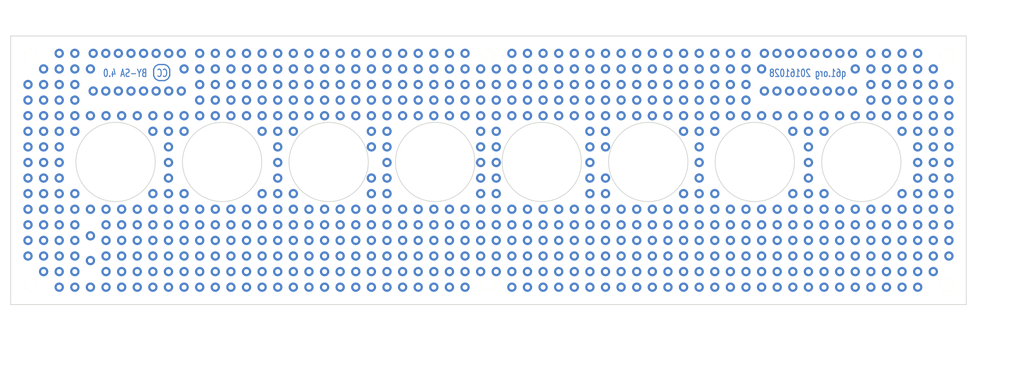
<source format=kicad_pcb>
(kicad_pcb (version 20221018) (generator pcbnew)
  (title_block (title "Divergence Meter Top Board") (date "2017-02-19") (rev "0.20161231") (company "q61.org") (comment 4 "License: CC BY-SA 4.0 International"))
  (layers (0 "F.Cu" signal) (31 "B.Cu" signal) (34 "B.Paste" user) (35 "F.Paste" user) (36 "B.SilkS" user "B.Silkscreen") (37 "F.SilkS" user "F.Silkscreen") (38 "B.Mask" user) (39 "F.Mask" user) (44 "Edge.Cuts" user))
  (net 0 "")
  (footprint "parts:1pin" (layer "F.Cu") (at 160.175 107.95)
    (fp_text reference "REF**" hide)
    (fp_text value "1pin" hide)
  )
  (footprint "parts:1pin" (layer "F.Cu") (at 163.325 107.95)
    (fp_text reference "REF**" hide)
    (fp_text value "1pin" hide)
  )
  (footprint "parts:1pin" (layer "F.Cu") (at 166.475 107.95)
    (fp_text reference "REF**" hide)
    (fp_text value "1pin" hide)
  )
  (footprint "parts:1pin" (layer "F.Cu") (at 169.625 107.95)
    (fp_text reference "REF**" hide)
    (fp_text value "1pin" hide)
  )
  (footprint "parts:1pin" (layer "F.Cu") (at 172.775 107.95)
    (fp_text reference "REF**" hide)
    (fp_text value "1pin" hide)
  )
  (footprint "parts:1pin" (layer "F.Cu") (at 157.025 107.95)
    (fp_text reference "REF**" hide)
    (fp_text value "1pin" hide)
  )
  (footprint "parts:1pin" (layer "F.Cu") (at 153.875 107.95)
    (fp_text reference "REF**" hide)
    (fp_text value "1pin" hide)
  )
  (footprint "parts:1pin" (layer "F.Cu") (at 150.725 107.95)
    (fp_text reference "REF**" hide)
    (fp_text value "1pin" hide)
  )
  (footprint "parts:1pin" (layer "F.Cu") (at 147.575 107.95)
    (fp_text reference "REF**" hide)
    (fp_text value "1pin" hide)
  )
  (footprint "parts:1pin" (layer "F.Cu") (at 175.925 107.95)
    (fp_text reference "REF**" hide)
    (fp_text value "1pin" hide)
  )
  (footprint "parts:1pin" (layer "F.Cu") (at 207.425 104.8)
    (fp_text reference "REF**" hide)
    (fp_text value "1pin" hide)
  )
  (footprint "parts:1pin" (layer "F.Cu") (at 179.075 104.8)
    (fp_text reference "REF**" hide)
    (fp_text value "1pin" hide)
  )
  (footprint "parts:1pin" (layer "F.Cu") (at 182.225 104.8)
    (fp_text reference "REF**" hide)
    (fp_text value "1pin" hide)
  )
  (footprint "parts:1pin" (layer "F.Cu") (at 185.375 104.8)
    (fp_text reference "REF**" hide)
    (fp_text value "1pin" hide)
  )
  (footprint "parts:1pin" (layer "F.Cu") (at 188.525 104.8)
    (fp_text reference "REF**" hide)
    (fp_text value "1pin" hide)
  )
  (footprint "parts:1pin" (layer "F.Cu") (at 204.275 104.8)
    (fp_text reference "REF**" hide)
    (fp_text value "1pin" hide)
  )
  (footprint "parts:1pin" (layer "F.Cu") (at 201.125 104.8)
    (fp_text reference "REF**" hide)
    (fp_text value "1pin" hide)
  )
  (footprint "parts:1pin" (layer "F.Cu") (at 197.975 104.8)
    (fp_text reference "REF**" hide)
    (fp_text value "1pin" hide)
  )
  (footprint "parts:1pin" (layer "F.Cu") (at 194.825 104.8)
    (fp_text reference "REF**" hide)
    (fp_text value "1pin" hide)
  )
  (footprint "parts:1pin" (layer "F.Cu") (at 191.675 104.8)
    (fp_text reference "REF**" hide)
    (fp_text value "1pin" hide)
  )
  (footprint "parts:1pin" (layer "F.Cu") (at 210.575 107.95)
    (fp_text reference "REF**" hide)
    (fp_text value "1pin" hide)
  )
  (footprint "parts:1pin" (layer "F.Cu") (at 213.725 107.95)
    (fp_text reference "REF**" hide)
    (fp_text value "1pin" hide)
  )
  (footprint "parts:1pin" (layer "F.Cu") (at 220.025 107.95)
    (fp_text reference "REF**" hide)
    (fp_text value "1pin" hide)
  )
  (footprint "parts:1pin" (layer "F.Cu") (at 235.775 107.95)
    (fp_text reference "REF**" hide)
    (fp_text value "1pin" hide)
  )
  (footprint "parts:1pin" (layer "F.Cu") (at 232.625 107.95)
    (fp_text reference "REF**" hide)
    (fp_text value "1pin" hide)
  )
  (footprint "parts:1pin" (layer "F.Cu") (at 229.475 107.95)
    (fp_text reference "REF**" hide)
    (fp_text value "1pin" hide)
  )
  (footprint "parts:1pin" (layer "F.Cu") (at 226.325 107.95)
    (fp_text reference "REF**" hide)
    (fp_text value "1pin" hide)
  )
  (footprint "parts:1pin" (layer "F.Cu") (at 223.175 107.95)
    (fp_text reference "REF**" hide)
    (fp_text value "1pin" hide)
  )
  (footprint "parts:1pin" (layer "F.Cu") (at 128.675 107.95)
    (fp_text reference "REF**" hide)
    (fp_text value "1pin" hide)
  )
  (footprint "parts:1pin" (layer "F.Cu") (at 131.825 107.95)
    (fp_text reference "REF**" hide)
    (fp_text value "1pin" hide)
  )
  (footprint "parts:1pin" (layer "F.Cu") (at 134.975 107.95)
    (fp_text reference "REF**" hide)
    (fp_text value "1pin" hide)
  )
  (footprint "parts:1pin" (layer "F.Cu") (at 138.125 107.95)
    (fp_text reference "REF**" hide)
    (fp_text value "1pin" hide)
  )
  (footprint "parts:1pin" (layer "F.Cu") (at 141.275 107.95)
    (fp_text reference "REF**" hide)
    (fp_text value "1pin" hide)
  )
  (footprint "parts:1pin" (layer "F.Cu") (at 125.525 107.95)
    (fp_text reference "REF**" hide)
    (fp_text value "1pin" hide)
  )
  (footprint "parts:1pin" (layer "F.Cu") (at 122.375 107.95)
    (fp_text reference "REF**" hide)
    (fp_text value "1pin" hide)
  )
  (footprint "parts:1pin" (layer "F.Cu") (at 119.225 107.95)
    (fp_text reference "REF**" hide)
    (fp_text value "1pin" hide)
  )
  (footprint "parts:1pin" (layer "F.Cu") (at 116.075 107.95)
    (fp_text reference "REF**" hide)
    (fp_text value "1pin" hide)
  )
  (footprint "parts:1pin" (layer "F.Cu") (at 144.425 107.95)
    (fp_text reference "REF**" hide)
    (fp_text value "1pin" hide)
  )
  (footprint "parts:1pin" (layer "F.Cu") (at 97.175 104.8)
    (fp_text reference "REF**" hide)
    (fp_text value "1pin" hide)
  )
  (footprint "parts:1pin" (layer "F.Cu") (at 100.325 104.8)
    (fp_text reference "REF**" hide)
    (fp_text value "1pin" hide)
  )
  (footprint "parts:1pin" (layer "F.Cu") (at 103.475 104.8)
    (fp_text reference "REF**" hide)
    (fp_text value "1pin" hide)
  )
  (footprint "parts:1pin" (layer "F.Cu") (at 106.625 104.8)
    (fp_text reference "REF**" hide)
    (fp_text value "1pin" hide)
  )
  (footprint "parts:1pin" (layer "F.Cu") (at 109.775 104.8)
    (fp_text reference "REF**" hide)
    (fp_text value "1pin" hide)
  )
  (footprint "parts:1pin" (layer "F.Cu") (at 94.025 104.8)
    (fp_text reference "REF**" hide)
    (fp_text value "1pin" hide)
  )
  (footprint "parts:1pin" (layer "F.Cu") (at 90.875 104.8)
    (fp_text reference "REF**" hide)
    (fp_text value "1pin" hide)
  )
  (footprint "parts:1pin" (layer "F.Cu") (at 87.725 104.8)
    (fp_text reference "REF**" hide)
    (fp_text value "1pin" hide)
  )
  (footprint "parts:1pin" (layer "F.Cu") (at 84.575 104.8)
    (fp_text reference "REF**" hide)
    (fp_text value "1pin" hide)
  )
  (footprint "parts:1pin" (layer "F.Cu") (at 112.925 104.8)
    (fp_text reference "REF**" hide)
    (fp_text value "1pin" hide)
  )
  (footprint "parts:1pin" (layer "F.Cu") (at 81.425 107.95)
    (fp_text reference "REF**" hide)
    (fp_text value "1pin" hide)
  )
  (footprint "parts:1pin" (layer "F.Cu") (at 53.075 107.95)
    (fp_text reference "REF**" hide)
    (fp_text value "1pin" hide)
  )
  (footprint "parts:1pin" (layer "F.Cu") (at 59.375 107.95)
    (fp_text reference "REF**" hide)
    (fp_text value "1pin" hide)
  )
  (footprint "parts:1pin" (layer "F.Cu") (at 62.525 107.95)
    (fp_text reference "REF**" hide)
    (fp_text value "1pin" hide)
  )
  (footprint "parts:1pin" (layer "F.Cu") (at 71.975 107.95)
    (fp_text reference "REF**" hide)
    (fp_text value "1pin" hide)
  )
  (footprint "parts:1pin" (layer "F.Cu") (at 68.825 107.95)
    (fp_text reference "REF**" hide)
    (fp_text value "1pin" hide)
  )
  (footprint "parts:1pin" (layer "F.Cu") (at 65.675 104.8)
    (fp_text reference "REF**" hide)
    (fp_text value "1pin" hide)
  )
  (footprint "parts:1pin" (layer "F.Cu") (at 68.825 104.8)
    (fp_text reference "REF**" hide)
    (fp_text value "1pin" hide)
  )
  (footprint "parts:1pin" (layer "F.Cu") (at 71.975 104.8)
    (fp_text reference "REF**" hide)
    (fp_text value "1pin" hide)
  )
  (footprint "parts:1pin" (layer "F.Cu") (at 75.125 104.8)
    (fp_text reference "REF**" hide)
    (fp_text value "1pin" hide)
  )
  (footprint "parts:1pin" (layer "F.Cu") (at 78.275 104.8)
    (fp_text reference "REF**" hide)
    (fp_text value "1pin" hide)
  )
  (footprint "parts:1pin" (layer "F.Cu") (at 62.525 104.8)
    (fp_text reference "REF**" hide)
    (fp_text value "1pin" hide)
  )
  (footprint "parts:1pin" (layer "F.Cu") (at 59.375 104.8)
    (fp_text reference "REF**" hide)
    (fp_text value "1pin" hide)
  )
  (footprint "parts:1pin" (layer "F.Cu") (at 56.225 104.8)
    (fp_text reference "REF**" hide)
    (fp_text value "1pin" hide)
  )
  (footprint "parts:1pin" (layer "F.Cu") (at 53.075 104.8)
    (fp_text reference "REF**" hide)
    (fp_text value "1pin" hide)
  )
  (footprint "parts:1pin" (layer "F.Cu") (at 81.425 104.8)
    (fp_text reference "REF**" hide)
    (fp_text value "1pin" hide)
  )
  (footprint "parts:1pin" (layer "F.Cu") (at 144.425 104.8)
    (fp_text reference "REF**" hide)
    (fp_text value "1pin" hide)
  )
  (footprint "parts:1pin" (layer "F.Cu") (at 116.075 104.8)
    (fp_text reference "REF**" hide)
    (fp_text value "1pin" hide)
  )
  (footprint "parts:1pin" (layer "F.Cu") (at 119.225 104.8)
    (fp_text reference "REF**" hide)
    (fp_text value "1pin" hide)
  )
  (footprint "parts:1pin" (layer "F.Cu") (at 122.375 104.8)
    (fp_text reference "REF**" hide)
    (fp_text value "1pin" hide)
  )
  (footprint "parts:1pin" (layer "F.Cu") (at 125.525 104.8)
    (fp_text reference "REF**" hide)
    (fp_text value "1pin" hide)
  )
  (footprint "parts:1pin" (layer "F.Cu") (at 141.275 104.8)
    (fp_text reference "REF**" hide)
    (fp_text value "1pin" hide)
  )
  (footprint "parts:1pin" (layer "F.Cu") (at 138.125 104.8)
    (fp_text reference "REF**" hide)
    (fp_text value "1pin" hide)
  )
  (footprint "parts:1pin" (layer "F.Cu") (at 134.975 104.8)
    (fp_text reference "REF**" hide)
    (fp_text value "1pin" hide)
  )
  (footprint "parts:1pin" (layer "F.Cu") (at 131.825 104.8)
    (fp_text reference "REF**" hide)
    (fp_text value "1pin" hide)
  )
  (footprint "parts:1pin" (layer "F.Cu") (at 128.675 104.8)
    (fp_text reference "REF**" hide)
    (fp_text value "1pin" hide)
  )
  (footprint "parts:1pin" (layer "F.Cu") (at 223.175 104.8)
    (fp_text reference "REF**" hide)
    (fp_text value "1pin" hide)
  )
  (footprint "parts:1pin" (layer "F.Cu") (at 226.325 104.8)
    (fp_text reference "REF**" hide)
    (fp_text value "1pin" hide)
  )
  (footprint "parts:1pin" (layer "F.Cu") (at 229.475 104.8)
    (fp_text reference "REF**" hide)
    (fp_text value "1pin" hide)
  )
  (footprint "parts:1pin" (layer "F.Cu") (at 232.625 104.8)
    (fp_text reference "REF**" hide)
    (fp_text value "1pin" hide)
  )
  (footprint "parts:1pin" (layer "F.Cu") (at 235.775 104.8)
    (fp_text reference "REF**" hide)
    (fp_text value "1pin" hide)
  )
  (footprint "parts:1pin" (layer "F.Cu") (at 220.025 104.8)
    (fp_text reference "REF**" hide)
    (fp_text value "1pin" hide)
  )
  (footprint "parts:1pin" (layer "F.Cu") (at 216.875 104.8)
    (fp_text reference "REF**" hide)
    (fp_text value "1pin" hide)
  )
  (footprint "parts:1pin" (layer "F.Cu") (at 213.725 104.8)
    (fp_text reference "REF**" hide)
    (fp_text value "1pin" hide)
  )
  (footprint "parts:1pin" (layer "F.Cu") (at 210.575 104.8)
    (fp_text reference "REF**" hide)
    (fp_text value "1pin" hide)
  )
  (footprint "parts:1pin" (layer "F.Cu") (at 238.925 104.8)
    (fp_text reference "REF**" hide)
    (fp_text value "1pin" hide)
  )
  (footprint "parts:1pin" (layer "F.Cu") (at 175.925 104.8)
    (fp_text reference "REF**" hide)
    (fp_text value "1pin" hide)
  )
  (footprint "parts:1pin" (layer "F.Cu") (at 147.575 104.8)
    (fp_text reference "REF**" hide)
    (fp_text value "1pin" hide)
  )
  (footprint "parts:1pin" (layer "F.Cu") (at 150.725 104.8)
    (fp_text reference "REF**" hide)
    (fp_text value "1pin" hide)
  )
  (footprint "parts:1pin" (layer "F.Cu") (at 153.875 104.8)
    (fp_text reference "REF**" hide)
    (fp_text value "1pin" hide)
  )
  (footprint "parts:1pin" (layer "F.Cu") (at 157.025 104.8)
    (fp_text reference "REF**" hide)
    (fp_text value "1pin" hide)
  )
  (footprint "parts:1pin" (layer "F.Cu") (at 172.775 104.8)
    (fp_text reference "REF**" hide)
    (fp_text value "1pin" hide)
  )
  (footprint "parts:1pin" (layer "F.Cu") (at 169.625 104.8)
    (fp_text reference "REF**" hide)
    (fp_text value "1pin" hide)
  )
  (footprint "parts:1pin" (layer "F.Cu") (at 166.475 104.8)
    (fp_text reference "REF**" hide)
    (fp_text value "1pin" hide)
  )
  (footprint "parts:1pin" (layer "F.Cu") (at 163.325 104.8)
    (fp_text reference "REF**" hide)
    (fp_text value "1pin" hide)
  )
  (footprint "parts:1pin" (layer "F.Cu") (at 160.175 104.8)
    (fp_text reference "REF**" hide)
    (fp_text value "1pin" hide)
  )
  (footprint "parts:1pin" (layer "F.Cu") (at 87.725 107.95)
    (fp_text reference "REF**" hide)
    (fp_text value "1pin" hide)
  )
  (footprint "parts:1pin" (layer "F.Cu") (at 90.875 107.95)
    (fp_text reference "REF**" hide)
    (fp_text value "1pin" hide)
  )
  (footprint "parts:1pin" (layer "F.Cu") (at 94.025 107.95)
    (fp_text reference "REF**" hide)
    (fp_text value "1pin" hide)
  )
  (footprint "parts:1pin" (layer "F.Cu") (at 109.775 107.95)
    (fp_text reference "REF**" hide)
    (fp_text value "1pin" hide)
  )
  (footprint "parts:1pin" (layer "F.Cu") (at 106.625 107.95)
    (fp_text reference "REF**" hide)
    (fp_text value "1pin" hide)
  )
  (footprint "parts:1pin" (layer "F.Cu") (at 103.475 107.95)
    (fp_text reference "REF**" hide)
    (fp_text value "1pin" hide)
  )
  (footprint "parts:1pin" (layer "F.Cu") (at 100.325 107.95)
    (fp_text reference "REF**" hide)
    (fp_text value "1pin" hide)
  )
  (footprint "parts:1pin" (layer "F.Cu") (at 97.175 107.95)
    (fp_text reference "REF**" hide)
    (fp_text value "1pin" hide)
  )
  (footprint "parts:1pin" (layer "F.Cu") (at 84.575 107.95)
    (fp_text reference "REF**" hide)
    (fp_text value "1pin" hide)
  )
  (footprint "parts:1pin" (layer "F.Cu") (at 112.925 107.95)
    (fp_text reference "REF**" hide)
    (fp_text value "1pin" hide)
  )
  (footprint "parts:1pin" (layer "F.Cu") (at 191.675 107.95)
    (fp_text reference "REF**" hide)
    (fp_text value "1pin" hide)
  )
  (footprint "parts:1pin" (layer "F.Cu") (at 194.825 107.95)
    (fp_text reference "REF**" hide)
    (fp_text value "1pin" hide)
  )
  (footprint "parts:1pin" (layer "F.Cu") (at 197.975 107.95)
    (fp_text reference "REF**" hide)
    (fp_text value "1pin" hide)
  )
  (footprint "parts:1pin" (layer "F.Cu") (at 201.125 107.95)
    (fp_text reference "REF**" hide)
    (fp_text value "1pin" hide)
  )
  (footprint "parts:1pin" (layer "F.Cu") (at 204.275 107.95)
    (fp_text reference "REF**" hide)
    (fp_text value "1pin" hide)
  )
  (footprint "parts:1pin" (layer "F.Cu") (at 188.525 107.95)
    (fp_text reference "REF**" hide)
    (fp_text value "1pin" hide)
  )
  (footprint "parts:1pin" (layer "F.Cu") (at 185.375 107.95)
    (fp_text reference "REF**" hide)
    (fp_text value "1pin" hide)
  )
  (footprint "parts:1pin" (layer "F.Cu") (at 182.225 107.95)
    (fp_text reference "REF**" hide)
    (fp_text value "1pin" hide)
  )
  (footprint "parts:1pin" (layer "F.Cu") (at 179.075 107.95)
    (fp_text reference "REF**" hide)
    (fp_text value "1pin" hide)
  )
  (footprint "parts:1pin" (layer "F.Cu") (at 207.425 107.95)
    (fp_text reference "REF**" hide)
    (fp_text value "1pin" hide)
  )
  (footprint "parts:1pin" (layer "F.Cu") (at 207.425 114.25)
    (fp_text reference "REF**" hide)
    (fp_text value "1pin" hide)
  )
  (footprint "parts:1pin" (layer "F.Cu") (at 179.075 114.25)
    (fp_text reference "REF**" hide)
    (fp_text value "1pin" hide)
  )
  (footprint "parts:1pin" (layer "F.Cu") (at 182.225 114.25)
    (fp_text reference "REF**" hide)
    (fp_text value "1pin" hide)
  )
  (footprint "parts:1pin" (layer "F.Cu") (at 185.375 114.25)
    (fp_text reference "REF**" hide)
    (fp_text value "1pin" hide)
  )
  (footprint "parts:1pin" (layer "F.Cu") (at 188.525 114.25)
    (fp_text reference "REF**" hide)
    (fp_text value "1pin" hide)
  )
  (footprint "parts:1pin" (layer "F.Cu") (at 204.275 114.25)
    (fp_text reference "REF**" hide)
    (fp_text value "1pin" hide)
  )
  (footprint "parts:1pin" (layer "F.Cu") (at 201.125 114.25)
    (fp_text reference "REF**" hide)
    (fp_text value "1pin" hide)
  )
  (footprint "parts:1pin" (layer "F.Cu") (at 197.975 114.25)
    (fp_text reference "REF**" hide)
    (fp_text value "1pin" hide)
  )
  (footprint "parts:1pin" (layer "F.Cu") (at 194.825 114.25)
    (fp_text reference "REF**" hide)
    (fp_text value "1pin" hide)
  )
  (footprint "parts:1pin" (layer "F.Cu") (at 191.675 114.25)
    (fp_text reference "REF**" hide)
    (fp_text value "1pin" hide)
  )
  (footprint "parts:1pin" (layer "F.Cu") (at 112.925 114.25)
    (fp_text reference "REF**" hide)
    (fp_text value "1pin" hide)
  )
  (footprint "parts:1pin" (layer "F.Cu") (at 84.575 114.25)
    (fp_text reference "REF**" hide)
    (fp_text value "1pin" hide)
  )
  (footprint "parts:1pin" (layer "F.Cu") (at 97.175 114.25)
    (fp_text reference "REF**" hide)
    (fp_text value "1pin" hide)
  )
  (footprint "parts:1pin" (layer "F.Cu") (at 100.325 114.25)
    (fp_text reference "REF**" hide)
    (fp_text value "1pin" hide)
  )
  (footprint "parts:1pin" (layer "F.Cu") (at 103.475 114.25)
    (fp_text reference "REF**" hide)
    (fp_text value "1pin" hide)
  )
  (footprint "parts:1pin" (layer "F.Cu") (at 106.625 114.25)
    (fp_text reference "REF**" hide)
    (fp_text value "1pin" hide)
  )
  (footprint "parts:1pin" (layer "F.Cu") (at 109.775 114.25)
    (fp_text reference "REF**" hide)
    (fp_text value "1pin" hide)
  )
  (footprint "parts:1pin" (layer "F.Cu") (at 94.025 114.25)
    (fp_text reference "REF**" hide)
    (fp_text value "1pin" hide)
  )
  (footprint "parts:1pin" (layer "F.Cu") (at 90.875 114.25)
    (fp_text reference "REF**" hide)
    (fp_text value "1pin" hide)
  )
  (footprint "parts:1pin" (layer "F.Cu") (at 87.725 114.25)
    (fp_text reference "REF**" hide)
    (fp_text value "1pin" hide)
  )
  (footprint "parts:1pin" (layer "F.Cu") (at 160.175 111.1)
    (fp_text reference "REF**" hide)
    (fp_text value "1pin" hide)
  )
  (footprint "parts:1pin" (layer "F.Cu") (at 163.325 111.1)
    (fp_text reference "REF**" hide)
    (fp_text value "1pin" hide)
  )
  (footprint "parts:1pin" (layer "F.Cu") (at 166.475 111.1)
    (fp_text reference "REF**" hide)
    (fp_text value "1pin" hide)
  )
  (footprint "parts:1pin" (layer "F.Cu") (at 169.625 111.1)
    (fp_text reference "REF**" hide)
    (fp_text value "1pin" hide)
  )
  (footprint "parts:1pin" (layer "F.Cu") (at 172.775 111.1)
    (fp_text reference "REF**" hide)
    (fp_text value "1pin" hide)
  )
  (footprint "parts:1pin" (layer "F.Cu") (at 157.025 111.1)
    (fp_text reference "REF**" hide)
    (fp_text value "1pin" hide)
  )
  (footprint "parts:1pin" (layer "F.Cu") (at 153.875 111.1)
    (fp_text reference "REF**" hide)
    (fp_text value "1pin" hide)
  )
  (footprint "parts:1pin" (layer "F.Cu") (at 150.725 111.1)
    (fp_text reference "REF**" hide)
    (fp_text value "1pin" hide)
  )
  (footprint "parts:1pin" (layer "F.Cu") (at 147.575 111.1)
    (fp_text reference "REF**" hide)
    (fp_text value "1pin" hide)
  )
  (footprint "parts:1pin" (layer "F.Cu") (at 175.925 111.1)
    (fp_text reference "REF**" hide)
    (fp_text value "1pin" hide)
  )
  (footprint "parts:1pin" (layer "F.Cu") (at 210.575 111.1)
    (fp_text reference "REF**" hide)
    (fp_text value "1pin" hide)
  )
  (footprint "parts:1pin" (layer "F.Cu") (at 213.725 111.1)
    (fp_text reference "REF**" hide)
    (fp_text value "1pin" hide)
  )
  (footprint "parts:1pin" (layer "F.Cu") (at 220.025 111.1)
    (fp_text reference "REF**" hide)
    (fp_text value "1pin" hide)
  )
  (footprint "parts:1pin" (layer "F.Cu") (at 235.775 111.1)
    (fp_text reference "REF**" hide)
    (fp_text value "1pin" hide)
  )
  (footprint "parts:1pin" (layer "F.Cu") (at 232.625 111.1)
    (fp_text reference "REF**" hide)
    (fp_text value "1pin" hide)
  )
  (footprint "parts:1pin" (layer "F.Cu") (at 223.175 111.1)
    (fp_text reference "REF**" hide)
    (fp_text value "1pin" hide)
  )
  (footprint "parts:1pin" (layer "F.Cu") (at 128.675 111.1)
    (fp_text reference "REF**" hide)
    (fp_text value "1pin" hide)
  )
  (footprint "parts:1pin" (layer "F.Cu") (at 131.825 111.1)
    (fp_text reference "REF**" hide)
    (fp_text value "1pin" hide)
  )
  (footprint "parts:1pin" (layer "F.Cu") (at 134.975 111.1)
    (fp_text reference "REF**" hide)
    (fp_text value "1pin" hide)
  )
  (footprint "parts:1pin" (layer "F.Cu") (at 138.125 111.1)
    (fp_text reference "REF**" hide)
    (fp_text value "1pin" hide)
  )
  (footprint "parts:1pin" (layer "F.Cu") (at 141.275 111.1)
    (fp_text reference "REF**" hide)
    (fp_text value "1pin" hide)
  )
  (footprint "parts:1pin" (layer "F.Cu") (at 125.525 111.1)
    (fp_text reference "REF**" hide)
    (fp_text value "1pin" hide)
  )
  (footprint "parts:1pin" (layer "F.Cu") (at 122.375 111.1)
    (fp_text reference "REF**" hide)
    (fp_text value "1pin" hide)
  )
  (footprint "parts:1pin" (layer "F.Cu") (at 119.225 111.1)
    (fp_text reference "REF**" hide)
    (fp_text value "1pin" hide)
  )
  (footprint "parts:1pin" (layer "F.Cu") (at 116.075 111.1)
    (fp_text reference "REF**" hide)
    (fp_text value "1pin" hide)
  )
  (footprint "parts:1pin" (layer "F.Cu") (at 144.425 111.1)
    (fp_text reference "REF**" hide)
    (fp_text value "1pin" hide)
  )
  (footprint "parts:1pin" (layer "F.Cu") (at 81.425 111.1)
    (fp_text reference "REF**" hide)
    (fp_text value "1pin" hide)
  )
  (footprint "parts:1pin" (layer "F.Cu") (at 53.075 111.1)
    (fp_text reference "REF**" hide)
    (fp_text value "1pin" hide)
  )
  (footprint "parts:1pin" (layer "F.Cu") (at 56.225 111.1)
    (fp_text reference "REF**" hide)
    (fp_text value "1pin" hide)
  )
  (footprint "parts:1pin" (layer "F.Cu") (at 59.375 111.1)
    (fp_text reference "REF**" hide)
    (fp_text value "1pin" hide)
  )
  (footprint "parts:1pin" (layer "F.Cu") (at 62.525 111.1)
    (fp_text reference "REF**" hide)
    (fp_text value "1pin" hide)
  )
  (footprint "parts:1pin" (layer "F.Cu") (at 78.275 111.1)
    (fp_text reference "REF**" hide)
    (fp_text value "1pin" hide)
  )
  (footprint "parts:1pin" (layer "F.Cu") (at 75.125 111.1)
    (fp_text reference "REF**" hide)
    (fp_text value "1pin" hide)
  )
  (footprint "parts:1pin" (layer "F.Cu") (at 71.975 111.1)
    (fp_text reference "REF**" hide)
    (fp_text value "1pin" hide)
  )
  (footprint "parts:1pin" (layer "F.Cu") (at 68.825 111.1)
    (fp_text reference "REF**" hide)
    (fp_text value "1pin" hide)
  )
  (footprint "parts:1pin" (layer "F.Cu") (at 68.825 114.25)
    (fp_text reference "REF**" hide)
    (fp_text value "1pin" hide)
  )
  (footprint "parts:1pin" (layer "F.Cu") (at 71.975 114.25)
    (fp_text reference "REF**" hide)
    (fp_text value "1pin" hide)
  )
  (footprint "parts:1pin" (layer "F.Cu") (at 75.125 114.25)
    (fp_text reference "REF**" hide)
    (fp_text value "1pin" hide)
  )
  (footprint "parts:1pin" (layer "F.Cu") (at 78.275 114.25)
    (fp_text reference "REF**" hide)
    (fp_text value "1pin" hide)
  )
  (footprint "parts:1pin" (layer "F.Cu") (at 62.525 114.25)
    (fp_text reference "REF**" hide)
    (fp_text value "1pin" hide)
  )
  (footprint "parts:1pin" (layer "F.Cu") (at 59.375 114.25)
    (fp_text reference "REF**" hide)
    (fp_text value "1pin" hide)
  )
  (footprint "parts:1pin" (layer "F.Cu") (at 53.075 114.25)
    (fp_text reference "REF**" hide)
    (fp_text value "1pin" hide)
  )
  (footprint "parts:1pin" (layer "F.Cu") (at 81.425 114.25)
    (fp_text reference "REF**" hide)
    (fp_text value "1pin" hide)
  )
  (footprint "parts:1pin" (layer "F.Cu") (at 112.925 111.1)
    (fp_text reference "REF**" hide)
    (fp_text value "1pin" hide)
  )
  (footprint "parts:1pin" (layer "F.Cu") (at 84.575 111.1)
    (fp_text reference "REF**" hide)
    (fp_text value "1pin" hide)
  )
  (footprint "parts:1pin" (layer "F.Cu") (at 87.725 111.1)
    (fp_text reference "REF**" hide)
    (fp_text value "1pin" hide)
  )
  (footprint "parts:1pin" (layer "F.Cu") (at 90.875 111.1)
    (fp_text reference "REF**" hide)
    (fp_text value "1pin" hide)
  )
  (footprint "parts:1pin" (layer "F.Cu") (at 94.025 111.1)
    (fp_text reference "REF**" hide)
    (fp_text value "1pin" hide)
  )
  (footprint "parts:1pin" (layer "F.Cu") (at 109.775 111.1)
    (fp_text reference "REF**" hide)
    (fp_text value "1pin" hide)
  )
  (footprint "parts:1pin" (layer "F.Cu") (at 106.625 111.1)
    (fp_text reference "REF**" hide)
    (fp_text value "1pin" hide)
  )
  (footprint "parts:1pin" (layer "F.Cu") (at 103.475 111.1)
    (fp_text reference "REF**" hide)
    (fp_text value "1pin" hide)
  )
  (footprint "parts:1pin" (layer "F.Cu") (at 100.325 111.1)
    (fp_text reference "REF**" hide)
    (fp_text value "1pin" hide)
  )
  (footprint "parts:1pin" (layer "F.Cu") (at 97.175 111.1)
    (fp_text reference "REF**" hide)
    (fp_text value "1pin" hide)
  )
  (footprint "parts:1pin" (layer "F.Cu") (at 144.425 114.25)
    (fp_text reference "REF**" hide)
    (fp_text value "1pin" hide)
  )
  (footprint "parts:1pin" (layer "F.Cu") (at 116.075 114.25)
    (fp_text reference "REF**" hide)
    (fp_text value "1pin" hide)
  )
  (footprint "parts:1pin" (layer "F.Cu") (at 119.225 114.25)
    (fp_text reference "REF**" hide)
    (fp_text value "1pin" hide)
  )
  (footprint "parts:1pin" (layer "F.Cu") (at 122.375 114.25)
    (fp_text reference "REF**" hide)
    (fp_text value "1pin" hide)
  )
  (footprint "parts:1pin" (layer "F.Cu") (at 125.525 114.25)
    (fp_text reference "REF**" hide)
    (fp_text value "1pin" hide)
  )
  (footprint "parts:1pin" (layer "F.Cu") (at 141.275 114.25)
    (fp_text reference "REF**" hide)
    (fp_text value "1pin" hide)
  )
  (footprint "parts:1pin" (layer "F.Cu") (at 138.125 114.25)
    (fp_text reference "REF**" hide)
    (fp_text value "1pin" hide)
  )
  (footprint "parts:1pin" (layer "F.Cu") (at 134.975 114.25)
    (fp_text reference "REF**" hide)
    (fp_text value "1pin" hide)
  )
  (footprint "parts:1pin" (layer "F.Cu") (at 131.825 114.25)
    (fp_text reference "REF**" hide)
    (fp_text value "1pin" hide)
  )
  (footprint "parts:1pin" (layer "F.Cu") (at 128.675 114.25)
    (fp_text reference "REF**" hide)
    (fp_text value "1pin" hide)
  )
  (footprint "parts:1pin" (layer "F.Cu") (at 223.175 114.25)
    (fp_text reference "REF**" hide)
    (fp_text value "1pin" hide)
  )
  (footprint "parts:1pin" (layer "F.Cu") (at 232.625 114.25)
    (fp_text reference "REF**" hide)
    (fp_text value "1pin" hide)
  )
  (footprint "parts:1pin" (layer "F.Cu") (at 235.775 114.25)
    (fp_text reference "REF**" hide)
    (fp_text value "1pin" hide)
  )
  (footprint "parts:1pin" (layer "F.Cu") (at 220.025 114.25)
    (fp_text reference "REF**" hide)
    (fp_text value "1pin" hide)
  )
  (footprint "parts:1pin" (layer "F.Cu") (at 213.725 114.25)
    (fp_text reference "REF**" hide)
    (fp_text value "1pin" hide)
  )
  (footprint "parts:1pin" (layer "F.Cu") (at 210.575 114.25)
    (fp_text reference "REF**" hide)
    (fp_text value "1pin" hide)
  )
  (footprint "parts:1pin" (layer "F.Cu") (at 191.675 111.1)
    (fp_text reference "REF**" hide)
    (fp_text value "1pin" hide)
  )
  (footprint "parts:1pin" (layer "F.Cu") (at 194.825 111.1)
    (fp_text reference "REF**" hide)
    (fp_text value "1pin" hide)
  )
  (footprint "parts:1pin" (layer "F.Cu") (at 197.975 111.1)
    (fp_text reference "REF**" hide)
    (fp_text value "1pin" hide)
  )
  (footprint "parts:1pin" (layer "F.Cu") (at 201.125 111.1)
    (fp_text reference "REF**" hide)
    (fp_text value "1pin" hide)
  )
  (footprint "parts:1pin" (layer "F.Cu") (at 204.275 111.1)
    (fp_text reference "REF**" hide)
    (fp_text value "1pin" hide)
  )
  (footprint "parts:1pin" (layer "F.Cu") (at 188.525 111.1)
    (fp_text reference "REF**" hide)
    (fp_text value "1pin" hide)
  )
  (footprint "parts:1pin" (layer "F.Cu") (at 185.375 111.1)
    (fp_text reference "REF**" hide)
    (fp_text value "1pin" hide)
  )
  (footprint "parts:1pin" (layer "F.Cu") (at 182.225 111.1)
    (fp_text reference "REF**" hide)
    (fp_text value "1pin" hide)
  )
  (footprint "parts:1pin" (layer "F.Cu") (at 179.075 111.1)
    (fp_text reference "REF**" hide)
    (fp_text value "1pin" hide)
  )
  (footprint "parts:1pin" (layer "F.Cu") (at 207.425 111.1)
    (fp_text reference "REF**" hide)
    (fp_text value "1pin" hide)
  )
  (footprint "parts:1pin" (layer "F.Cu") (at 175.925 114.25)
    (fp_text reference "REF**" hide)
    (fp_text value "1pin" hide)
  )
  (footprint "parts:1pin" (layer "F.Cu") (at 147.575 114.25)
    (fp_text reference "REF**" hide)
    (fp_text value "1pin" hide)
  )
  (footprint "parts:1pin" (layer "F.Cu") (at 150.725 114.25)
    (fp_text reference "REF**" hide)
    (fp_text value "1pin" hide)
  )
  (footprint "parts:1pin" (layer "F.Cu") (at 153.875 114.25)
    (fp_text reference "REF**" hide)
    (fp_text value "1pin" hide)
  )
  (footprint "parts:1pin" (layer "F.Cu") (at 157.025 114.25)
    (fp_text reference "REF**" hide)
    (fp_text value "1pin" hide)
  )
  (footprint "parts:1pin" (layer "F.Cu") (at 172.775 114.25)
    (fp_text reference "REF**" hide)
    (fp_text value "1pin" hide)
  )
  (footprint "parts:1pin" (layer "F.Cu") (at 169.625 114.25)
    (fp_text reference "REF**" hide)
    (fp_text value "1pin" hide)
  )
  (footprint "parts:1pin" (layer "F.Cu") (at 166.475 114.25)
    (fp_text reference "REF**" hide)
    (fp_text value "1pin" hide)
  )
  (footprint "parts:1pin" (layer "F.Cu") (at 163.325 114.25)
    (fp_text reference "REF**" hide)
    (fp_text value "1pin" hide)
  )
  (footprint "parts:1pin" (layer "F.Cu") (at 160.175 114.25)
    (fp_text reference "REF**" hide)
    (fp_text value "1pin" hide)
  )
  (footprint "parts:1pin" (layer "F.Cu") (at 172.775 120.55)
    (fp_text reference "REF**" hide)
    (fp_text value "1pin" hide)
  )
  (footprint "parts:1pin" (layer "F.Cu") (at 150.725 120.55)
    (fp_text reference "REF**" hide)
    (fp_text value "1pin" hide)
  )
  (footprint "parts:1pin" (layer "F.Cu") (at 175.925 120.55)
    (fp_text reference "REF**" hide)
    (fp_text value "1pin" hide)
  )
  (footprint "parts:1pin" (layer "F.Cu") (at 207.425 117.4)
    (fp_text reference "REF**" hide)
    (fp_text value "1pin" hide)
  )
  (footprint "parts:1pin" (layer "F.Cu") (at 210.575 120.55)
    (fp_text reference "REF**" hide)
    (fp_text value "1pin" hide)
  )
  (footprint "parts:1pin" (layer "F.Cu") (at 213.725 120.55)
    (fp_text reference "REF**" hide)
    (fp_text value "1pin" hide)
  )
  (footprint "parts:1pin" (layer "F.Cu") (at 216.875 120.55)
    (fp_text reference "REF**" hide)
    (fp_text value "1pin" hide)
  )
  (footprint "parts:1pin" (layer "F.Cu") (at 220.025 120.55)
    (fp_text reference "REF**" hide)
    (fp_text value "1pin" hide)
  )
  (footprint "parts:1pin" (layer "F.Cu") (at 232.625 120.55)
    (fp_text reference "REF**" hide)
    (fp_text value "1pin" hide)
  )
  (footprint "parts:1pin" (layer "F.Cu") (at 229.475 120.55)
    (fp_text reference "REF**" hide)
    (fp_text value "1pin" hide)
  )
  (footprint "parts:1pin" (layer "F.Cu") (at 226.325 120.55)
    (fp_text reference "REF**" hide)
    (fp_text value "1pin" hide)
  )
  (footprint "parts:1pin" (layer "F.Cu") (at 223.175 120.55)
    (fp_text reference "REF**" hide)
    (fp_text value "1pin" hide)
  )
  (footprint "parts:1pin" (layer "F.Cu") (at 128.675 120.55)
    (fp_text reference "REF**" hide)
    (fp_text value "1pin" hide)
  )
  (footprint "parts:1pin" (layer "F.Cu") (at 131.825 120.55)
    (fp_text reference "REF**" hide)
    (fp_text value "1pin" hide)
  )
  (footprint "parts:1pin" (layer "F.Cu") (at 134.975 120.55)
    (fp_text reference "REF**" hide)
    (fp_text value "1pin" hide)
  )
  (footprint "parts:1pin" (layer "F.Cu") (at 138.125 120.55 90)
    (fp_text reference "REF**" hide)
    (fp_text value "1pin" hide)
  )
  (footprint "parts:1pin" (layer "F.Cu") (at 141.275 120.55)
    (fp_text reference "REF**" hide)
    (fp_text value "1pin" hide)
  )
  (footprint "parts:1pin" (layer "F.Cu") (at 125.525 120.55)
    (fp_text reference "REF**" hide)
    (fp_text value "1pin" hide)
  )
  (footprint "parts:1pin" (layer "F.Cu") (at 122.375 120.55)
    (fp_text reference "REF**" hide)
    (fp_text value "1pin" hide)
  )
  (footprint "parts:1pin" (layer "F.Cu") (at 119.225 120.55)
    (fp_text reference "REF**" hide)
    (fp_text value "1pin" hide)
  )
  (footprint "parts:1pin" (layer "F.Cu") (at 116.075 120.55)
    (fp_text reference "REF**" hide)
    (fp_text value "1pin" hide)
  )
  (footprint "parts:1pin" (layer "F.Cu") (at 97.175 117.4)
    (fp_text reference "REF**" hide)
    (fp_text value "1pin" hide)
  )
  (footprint "parts:1pin" (layer "F.Cu") (at 100.325 117.4)
    (fp_text reference "REF**" hide)
    (fp_text value "1pin" hide)
  )
  (footprint "parts:1pin" (layer "F.Cu") (at 103.475 117.4)
    (fp_text reference "REF**" hide)
    (fp_text value "1pin" hide)
  )
  (footprint "parts:1pin" (layer "F.Cu") (at 106.625 117.4)
    (fp_text reference "REF**" hide)
    (fp_text value "1pin" hide)
  )
  (footprint "parts:1pin" (layer "F.Cu") (at 109.775 117.4)
    (fp_text reference "REF**" hide)
    (fp_text value "1pin" hide)
  )
  (footprint "parts:1pin" (layer "F.Cu") (at 94.025 117.4)
    (fp_text reference "REF**" hide)
    (fp_text value "1pin" hide)
  )
  (footprint "parts:1pin" (layer "F.Cu") (at 90.875 117.4)
    (fp_text reference "REF**" hide)
    (fp_text value "1pin" hide)
  )
  (footprint "parts:1pin" (layer "F.Cu") (at 87.725 117.4)
    (fp_text reference "REF**" hide)
    (fp_text value "1pin" hide)
  )
  (footprint "parts:1pin" (layer "F.Cu") (at 84.575 117.4)
    (fp_text reference "REF**" hide)
    (fp_text value "1pin" hide)
  )
  (footprint "parts:1pin" (layer "F.Cu") (at 112.925 117.4)
    (fp_text reference "REF**" hide)
    (fp_text value "1pin" hide)
  )
  (footprint "parts:1pin" (layer "F.Cu") (at 81.425 120.55)
    (fp_text reference "REF**" hide)
    (fp_text value "1pin" hide)
  )
  (footprint "parts:1pin" (layer "F.Cu") (at 59.375 120.55)
    (fp_text reference "REF**" hide)
    (fp_text value "1pin" hide)
  )
  (footprint "parts:1pin" (layer "F.Cu") (at 62.525 120.55)
    (fp_text reference "REF**" hide)
    (fp_text value "1pin" hide)
  )
  (footprint "parts:1pin" (layer "F.Cu") (at 78.275 120.55)
    (fp_text reference "REF**" hide)
    (fp_text value "1pin" hide)
  )
  (footprint "parts:1pin" (layer "F.Cu") (at 75.125 120.55)
    (fp_text reference "REF**" hide)
    (fp_text value "1pin" hide)
  )
  (footprint "parts:1pin" (layer "F.Cu") (at 71.975 120.55)
    (fp_text reference "REF**" hide)
    (fp_text value "1pin" hide)
  )
  (footprint "parts:1pin" (layer "F.Cu") (at 68.825 120.55)
    (fp_text reference "REF**" hide)
    (fp_text value "1pin" hide)
  )
  (footprint "parts:1pin" (layer "F.Cu") (at 65.675 120.55)
    (fp_text reference "REF**" hide)
    (fp_text value "1pin" hide)
  )
  (footprint "parts:1pin" (layer "F.Cu") (at 68.825 117.4)
    (fp_text reference "REF**" hide)
    (fp_text value "1pin" hide)
  )
  (footprint "parts:1pin" (layer "F.Cu") (at 71.975 117.4)
    (fp_text reference "REF**" hide)
    (fp_text value "1pin" hide)
  )
  (footprint "parts:1pin" (layer "F.Cu") (at 75.125 117.4)
    (fp_text reference "REF**" hide)
    (fp_text value "1pin" hide)
  )
  (footprint "parts:1pin" (layer "F.Cu") (at 78.275 117.4)
    (fp_text reference "REF**" hide)
    (fp_text value "1pin" hide)
  )
  (footprint "parts:1pin" (layer "F.Cu") (at 62.525 117.4)
    (fp_text reference "REF**" hide)
    (fp_text value "1pin" hide)
  )
  (footprint "parts:1pin" (layer "F.Cu") (at 59.375 117.4)
    (fp_text reference "REF**" hide)
    (fp_text value "1pin" hide)
  )
  (footprint "parts:1pin" (layer "F.Cu") (at 56.225 117.4)
    (fp_text reference "REF**" hide)
    (fp_text value "1pin" hide)
  )
  (footprint "parts:1pin" (layer "F.Cu") (at 81.425 117.4)
    (fp_text reference "REF**" hide)
    (fp_text value "1pin" hide)
  )
  (footprint "parts:1pin" (layer "F.Cu") (at 144.425 117.4)
    (fp_text reference "REF**" hide)
    (fp_text value "1pin" hide)
  )
  (footprint "parts:1pin" (layer "F.Cu") (at 116.075 117.4)
    (fp_text reference "REF**" hide)
    (fp_text value "1pin" hide)
  )
  (footprint "parts:1pin" (layer "F.Cu") (at 119.225 117.4)
    (fp_text reference "REF**" hide)
    (fp_text value "1pin" hide)
  )
  (footprint "parts:1pin" (layer "F.Cu") (at 122.375 117.4)
    (fp_text reference "REF**" hide)
    (fp_text value "1pin" hide)
  )
  (footprint "parts:1pin" (layer "F.Cu") (at 125.525 117.4)
    (fp_text reference "REF**" hide)
    (fp_text value "1pin" hide)
  )
  (footprint "parts:1pin" (layer "F.Cu") (at 141.275 117.4)
    (fp_text reference "REF**" hide)
    (fp_text value "1pin" hide)
  )
  (footprint "parts:1pin" (layer "F.Cu") (at 138.125 117.4)
    (fp_text reference "REF**" hide)
    (fp_text value "1pin" hide)
  )
  (footprint "parts:1pin" (layer "F.Cu") (at 134.975 117.4)
    (fp_text reference "REF**" hide)
    (fp_text value "1pin" hide)
  )
  (footprint "parts:1pin" (layer "F.Cu") (at 131.825 117.4)
    (fp_text reference "REF**" hide)
    (fp_text value "1pin" hide)
  )
  (footprint "parts:1pin" (layer "F.Cu") (at 128.675 117.4)
    (fp_text reference "REF**" hide)
    (fp_text value "1pin" hide)
  )
  (footprint "parts:1pin" (layer "F.Cu") (at 223.175 117.4)
    (fp_text reference "REF**" hide)
    (fp_text value "1pin" hide)
  )
  (footprint "parts:1pin" (layer "F.Cu") (at 226.325 117.4)
    (fp_text reference "REF**" hide)
    (fp_text value "1pin" hide)
  )
  (footprint "parts:1pin" (layer "F.Cu") (at 229.475 117.4)
    (fp_text reference "REF**" hide)
    (fp_text value "1pin" hide)
  )
  (footprint "parts:1pin" (layer "F.Cu") (at 232.625 117.4)
    (fp_text reference "REF**" hide)
    (fp_text value "1pin" hide)
  )
  (footprint "parts:1pin" (layer "F.Cu") (at 235.775 117.4)
    (fp_text reference "REF**" hide)
    (fp_text value "1pin" hide)
  )
  (footprint "parts:1pin" (layer "F.Cu") (at 220.025 117.4)
    (fp_text reference "REF**" hide)
    (fp_text value "1pin" hide)
  )
  (footprint "parts:1pin" (layer "F.Cu") (at 216.875 117.4)
    (fp_text reference "REF**" hide)
    (fp_text value "1pin" hide)
  )
  (footprint "parts:1pin" (layer "F.Cu") (at 213.725 117.4)
    (fp_text reference "REF**" hide)
    (fp_text value "1pin" hide)
  )
  (footprint "parts:1pin" (layer "F.Cu") (at 210.575 117.4)
    (fp_text reference "REF**" hide)
    (fp_text value "1pin" hide)
  )
  (footprint "parts:1pin" (layer "F.Cu") (at 175.925 117.4)
    (fp_text reference "REF**" hide)
    (fp_text value "1pin" hide)
  )
  (footprint "parts:1pin" (layer "F.Cu") (at 147.575 117.4)
    (fp_text reference "REF**" hide)
    (fp_text value "1pin" hide)
  )
  (footprint "parts:1pin" (layer "F.Cu") (at 87.725 120.55)
    (fp_text reference "REF**" hide)
    (fp_text value "1pin" hide)
  )
  (footprint "parts:1pin" (layer "F.Cu") (at 90.875 120.55)
    (fp_text reference "REF**" hide)
    (fp_text value "1pin" hide)
  )
  (footprint "parts:1pin" (layer "F.Cu") (at 94.025 120.55)
    (fp_text reference "REF**" hide)
    (fp_text value "1pin" hide)
  )
  (footprint "parts:1pin" (layer "F.Cu") (at 109.775 120.55)
    (fp_text reference "REF**" hide)
    (fp_text value "1pin" hide)
  )
  (footprint "parts:1pin" (layer "F.Cu") (at 106.625 120.55)
    (fp_text reference "REF**" hide)
    (fp_text value "1pin" hide)
  )
  (footprint "parts:1pin" (layer "F.Cu") (at 103.475 120.55)
    (fp_text reference "REF**" hide)
    (fp_text value "1pin" hide)
  )
  (footprint "parts:1pin" (layer "F.Cu") (at 100.325 120.55)
    (fp_text reference "REF**" hide)
    (fp_text value "1pin" hide)
  )
  (footprint "parts:1pin" (layer "F.Cu") (at 97.175 120.55)
    (fp_text reference "REF**" hide)
    (fp_text value "1pin" hide)
  )
  (footprint "parts:1pin" (layer "F.Cu") (at 84.575 120.55)
    (fp_text reference "REF**" hide)
    (fp_text value "1pin" hide)
  )
  (footprint "parts:1pin" (layer "F.Cu") (at 112.925 120.55)
    (fp_text reference "REF**" hide)
    (fp_text value "1pin" hide)
  )
  (footprint "parts:1pin" (layer "F.Cu") (at 207.425 120.55)
    (fp_text reference "REF**" hide)
    (fp_text value "1pin" hide)
  )
  (footprint "parts:1pin" (layer "F.Cu") (at 238.925 101.65)
    (fp_text reference "REF**" hide)
    (fp_text value "1pin" hide)
  )
  (footprint "parts:1pin" (layer "F.Cu") (at 235.775 101.65)
    (fp_text reference "REF**" hide)
    (fp_text value "1pin" hide)
  )
  (footprint "parts:1pin" (layer "F.Cu") (at 232.625 101.65)
    (fp_text reference "REF**" hide)
    (fp_text value "1pin" hide)
  )
  (footprint "parts:1pin" (layer "F.Cu") (at 229.475 101.65)
    (fp_text reference "REF**" hide)
    (fp_text value "1pin" hide)
  )
  (footprint "parts:1pin" (layer "F.Cu") (at 238.925 98.5)
    (fp_text reference "REF**" hide)
    (fp_text value "1pin" hide)
  )
  (footprint "parts:1pin" (layer "F.Cu") (at 235.775 98.5)
    (fp_text reference "REF**" hide)
    (fp_text value "1pin" hide)
  )
  (footprint "parts:1pin" (layer "F.Cu") (at 232.625 98.5)
    (fp_text reference "REF**" hide)
    (fp_text value "1pin" hide)
  )
  (footprint "parts:1pin" (layer "F.Cu") (at 232.625 95.35)
    (fp_text reference "REF**" hide)
    (fp_text value "1pin" hide)
  )
  (footprint "parts:1pin" (layer "F.Cu") (at 235.775 95.35)
    (fp_text reference "REF**" hide)
    (fp_text value "1pin" hide)
  )
  (footprint "parts:1pin" (layer "F.Cu") (at 238.925 95.35)
    (fp_text reference "REF**" hide)
    (fp_text value "1pin" hide)
  )
  (footprint "parts:1pin" (layer "F.Cu") (at 238.925 89.05)
    (fp_text reference "REF**" hide)
    (fp_text value "1pin" hide)
  )
  (footprint "parts:1pin" (layer "F.Cu") (at 235.775 89.05)
    (fp_text reference "REF**" hide)
    (fp_text value "1pin" hide)
  )
  (footprint "parts:1pin" (layer "F.Cu") (at 232.625 89.05)
    (fp_text reference "REF**" hide)
    (fp_text value "1pin" hide)
  )
  (footprint "parts:1pin" (layer "F.Cu") (at 229.475 89.05)
    (fp_text reference "REF**" hide)
    (fp_text value "1pin" hide)
  )
  (footprint "parts:1pin" (layer "F.Cu") (at 232.625 92.2)
    (fp_text reference "REF**" hide)
    (fp_text value "1pin" hide)
  )
  (footprint "parts:1pin" (layer "F.Cu") (at 235.775 92.2)
    (fp_text reference "REF**" hide)
    (fp_text value "1pin" hide)
  )
  (footprint "parts:1pin" (layer "F.Cu") (at 238.925 92.2)
    (fp_text reference "REF**" hide)
    (fp_text value "1pin" hide)
  )
  (footprint "parts:1pin" (layer "F.Cu") (at 160.175 85.9)
    (fp_text reference "REF**" hide)
    (fp_text value "1pin" hide)
  )
  (footprint "parts:1pin" (layer "F.Cu") (at 163.325 85.9)
    (fp_text reference "REF**" hide)
    (fp_text value "1pin" hide)
  )
  (footprint "parts:1pin" (layer "F.Cu") (at 166.475 85.9)
    (fp_text reference "REF**" hide)
    (fp_text value "1pin" hide)
  )
  (footprint "parts:1pin" (layer "F.Cu") (at 169.625 85.9)
    (fp_text reference "REF**" hide)
    (fp_text value "1pin" hide)
  )
  (footprint "parts:1pin" (layer "F.Cu") (at 172.775 85.9)
    (fp_text reference "REF**" hide)
    (fp_text value "1pin" hide)
  )
  (footprint "parts:1pin" (layer "F.Cu") (at 157.025 85.9)
    (fp_text reference "REF**" hide)
    (fp_text value "1pin" hide)
  )
  (footprint "parts:1pin" (layer "F.Cu") (at 153.875 85.9)
    (fp_text reference "REF**" hide)
    (fp_text value "1pin" hide)
  )
  (footprint "parts:1pin" (layer "F.Cu") (at 150.725 85.9)
    (fp_text reference "REF**" hide)
    (fp_text value "1pin" hide)
  )
  (footprint "parts:1pin" (layer "F.Cu") (at 147.575 85.9)
    (fp_text reference "REF**" hide)
    (fp_text value "1pin" hide)
  )
  (footprint "parts:1pin" (layer "F.Cu") (at 175.925 85.9)
    (fp_text reference "REF**" hide)
    (fp_text value "1pin" hide)
  )
  (footprint "parts:1pin" (layer "F.Cu") (at 210.575 85.9)
    (fp_text reference "REF**" hide)
    (fp_text value "1pin" hide)
  )
  (footprint "parts:1pin" (layer "F.Cu") (at 213.725 85.9)
    (fp_text reference "REF**" hide)
    (fp_text value "1pin" hide)
  )
  (footprint "parts:1pin" (layer "F.Cu") (at 216.875 85.9)
    (fp_text reference "REF**" hide)
    (fp_text value "1pin" hide)
  )
  (footprint "parts:1pin" (layer "F.Cu") (at 220.025 85.9)
    (fp_text reference "REF**" hide)
    (fp_text value "1pin" hide)
  )
  (footprint "parts:1pin" (layer "F.Cu") (at 235.775 85.9)
    (fp_text reference "REF**" hide)
    (fp_text value "1pin" hide)
  )
  (footprint "parts:1pin" (layer "F.Cu") (at 229.475 85.9)
    (fp_text reference "REF**" hide)
    (fp_text value "1pin" hide)
  )
  (footprint "parts:1pin" (layer "F.Cu") (at 226.325 85.9)
    (fp_text reference "REF**" hide)
    (fp_text value "1pin" hide)
  )
  (footprint "parts:1pin" (layer "F.Cu") (at 223.175 85.9)
    (fp_text reference "REF**" hide)
    (fp_text value "1pin" hide)
  )
  (footprint "parts:1pin" (layer "F.Cu") (at 128.675 85.9)
    (fp_text reference "REF**" hide)
    (fp_text value "1pin" hide)
  )
  (footprint "parts:1pin" (layer "F.Cu") (at 131.825 85.9)
    (fp_text reference "REF**" hide)
    (fp_text value "1pin" hide)
  )
  (footprint "parts:1pin" (layer "F.Cu") (at 134.975 85.9)
    (fp_text reference "REF**" hide)
    (fp_text value "1pin" hide)
  )
  (footprint "parts:1pin" (layer "F.Cu") (at 138.125 85.9)
    (fp_text reference "REF**" hide)
    (fp_text value "1pin" hide)
  )
  (footprint "parts:1pin" (layer "F.Cu") (at 141.275 85.9)
    (fp_text reference "REF**" hide)
    (fp_text value "1pin" hide)
  )
  (footprint "parts:1pin" (layer "F.Cu") (at 125.525 85.9)
    (fp_text reference "REF**" hide)
    (fp_text value "1pin" hide)
  )
  (footprint "parts:1pin" (layer "F.Cu") (at 122.375 85.9)
    (fp_text reference "REF**" hide)
    (fp_text value "1pin" hide)
  )
  (footprint "parts:1pin" (layer "F.Cu") (at 119.225 85.9)
    (fp_text reference "REF**" hide)
    (fp_text value "1pin" hide)
  )
  (footprint "parts:1pin" (layer "F.Cu") (at 116.075 85.9)
    (fp_text reference "REF**" hide)
    (fp_text value "1pin" hide)
  )
  (footprint "parts:1pin" (layer "F.Cu") (at 144.425 85.9)
    (fp_text reference "REF**" hide)
    (fp_text value "1pin" hide)
  )
  (footprint "parts:1pin" (layer "F.Cu") (at 81.425 85.9)
    (fp_text reference "REF**" hide)
    (fp_text value "1pin" hide)
  )
  (footprint "parts:1pin" (layer "F.Cu") (at 53.075 85.9)
    (fp_text reference "REF**" hide)
    (fp_text value "1pin" hide)
  )
  (footprint "parts:1pin" (layer "F.Cu") (at 56.225 85.9)
    (fp_text reference "REF**" hide)
    (fp_text value "1pin" hide)
  )
  (footprint "parts:1pin" (layer "F.Cu") (at 59.375 85.9)
    (fp_text reference "REF**" hide)
    (fp_text value "1pin" hide)
  )
  (footprint "parts:1pin" (layer "F.Cu") (at 62.525 85.9)
    (fp_text reference "REF**" hide)
    (fp_text value "1pin" hide)
  )
  (footprint "parts:1pin" (layer "F.Cu") (at 78.275 85.9)
    (fp_text reference "REF**" hide)
    (fp_text value "1pin" hide)
  )
  (footprint "parts:1pin" (layer "F.Cu") (at 75.125 85.9)
    (fp_text reference "REF**" hide)
    (fp_text value "1pin" hide)
  )
  (footprint "parts:1pin" (layer "F.Cu") (at 71.975 85.9)
    (fp_text reference "REF**" hide)
    (fp_text value "1pin" hide)
  )
  (footprint "parts:1pin" (layer "F.Cu") (at 68.825 85.9)
    (fp_text reference "REF**" hide)
    (fp_text value "1pin" hide)
  )
  (footprint "parts:1pin" (layer "F.Cu") (at 65.675 85.9)
    (fp_text reference "REF**" hide)
    (fp_text value "1pin" hide)
  )
  (footprint "parts:1pin" (layer "F.Cu") (at 112.925 85.9)
    (fp_text reference "REF**" hide)
    (fp_text value "1pin" hide)
  )
  (footprint "parts:1pin" (layer "F.Cu") (at 84.575 85.9)
    (fp_text reference "REF**" hide)
    (fp_text value "1pin" hide)
  )
  (footprint "parts:1pin" (layer "F.Cu") (at 87.725 85.9)
    (fp_text reference "REF**" hide)
    (fp_text value "1pin" hide)
  )
  (footprint "parts:1pin" (layer "F.Cu") (at 90.875 85.9)
    (fp_text reference "REF**" hide)
    (fp_text value "1pin" hide)
  )
  (footprint "parts:1pin" (layer "F.Cu") (at 94.025 85.9)
    (fp_text reference "REF**" hide)
    (fp_text value "1pin" hide)
  )
  (footprint "parts:1pin" (layer "F.Cu") (at 109.775 85.9)
    (fp_text reference "REF**" hide)
    (fp_text value "1pin" hide)
  )
  (footprint "parts:1pin" (layer "F.Cu") (at 106.625 85.9)
    (fp_text reference "REF**" hide)
    (fp_text value "1pin" hide)
  )
  (footprint "parts:1pin" (layer "F.Cu") (at 103.475 85.9)
    (fp_text reference "REF**" hide)
    (fp_text value "1pin" hide)
  )
  (footprint "parts:1pin" (layer "F.Cu") (at 100.325 85.9)
    (fp_text reference "REF**" hide)
    (fp_text value "1pin" hide)
  )
  (footprint "parts:1pin" (layer "F.Cu") (at 97.175 85.9)
    (fp_text reference "REF**" hide)
    (fp_text value "1pin" hide)
  )
  (footprint "parts:1pin" (layer "F.Cu") (at 191.675 85.9)
    (fp_text reference "REF**" hide)
    (fp_text value "1pin" hide)
  )
  (footprint "parts:1pin" (layer "F.Cu") (at 194.825 85.9)
    (fp_text reference "REF**" hide)
    (fp_text value "1pin" hide)
  )
  (footprint "parts:1pin" (layer "F.Cu") (at 197.975 85.9)
    (fp_text reference "REF**" hide)
    (fp_text value "1pin" hide)
  )
  (footprint "parts:1pin" (layer "F.Cu") (at 201.125 85.9)
    (fp_text reference "REF**" hide)
    (fp_text value "1pin" hide)
  )
  (footprint "parts:1pin" (layer "F.Cu") (at 204.275 85.9)
    (fp_text reference "REF**" hide)
    (fp_text value "1pin" hide)
  )
  (footprint "parts:1pin" (layer "F.Cu") (at 188.525 85.9)
    (fp_text reference "REF**" hide)
    (fp_text value "1pin" hide)
  )
  (footprint "parts:1pin" (layer "F.Cu") (at 185.375 85.9)
    (fp_text reference "REF**" hide)
    (fp_text value "1pin" hide)
  )
  (footprint "parts:1pin" (layer "F.Cu") (at 182.225 85.9)
    (fp_text reference "REF**" hide)
    (fp_text value "1pin" hide)
  )
  (footprint "parts:1pin" (layer "F.Cu") (at 179.075 85.9)
    (fp_text reference "REF**" hide)
    (fp_text value "1pin" hide)
  )
  (footprint "parts:1pin" (layer "F.Cu") (at 207.425 85.9)
    (fp_text reference "REF**" hide)
    (fp_text value "1pin" hide)
  )
  (footprint "parts:1pin" (layer "F.Cu") (at 160.175 82.75)
    (fp_text reference "REF**" hide)
    (fp_text value "1pin" hide)
  )
  (footprint "parts:1pin" (layer "F.Cu") (at 163.325 82.75)
    (fp_text reference "REF**" hide)
    (fp_text value "1pin" hide)
  )
  (footprint "parts:1pin" (layer "F.Cu") (at 166.475 82.75)
    (fp_text reference "REF**" hide)
    (fp_text value "1pin" hide)
  )
  (footprint "parts:1pin" (layer "F.Cu") (at 169.625 82.75)
    (fp_text reference "REF**" hide)
    (fp_text value "1pin" hide)
  )
  (footprint "parts:1pin" (layer "F.Cu") (at 172.775 82.75)
    (fp_text reference "REF**" hide)
    (fp_text value "1pin" hide)
  )
  (footprint "parts:1pin" (layer "F.Cu") (at 157.025 82.75)
    (fp_text reference "REF**" hide)
    (fp_text value "1pin" hide)
  )
  (footprint "parts:1pin" (layer "F.Cu") (at 153.875 82.75)
    (fp_text reference "REF**" hide)
    (fp_text value "1pin" hide)
  )
  (footprint "parts:1pin" (layer "F.Cu") (at 150.725 82.75)
    (fp_text reference "REF**" hide)
    (fp_text value "1pin" hide)
  )
  (footprint "parts:1pin" (layer "F.Cu") (at 147.575 82.75)
    (fp_text reference "REF**" hide)
    (fp_text value "1pin" hide)
  )
  (footprint "parts:1pin" (layer "F.Cu") (at 175.925 82.75)
    (fp_text reference "REF**" hide)
    (fp_text value "1pin" hide)
  )
  (footprint "parts:1pin" (layer "F.Cu") (at 179.075 79.6)
    (fp_text reference "REF**" hide)
    (fp_text value "1pin" hide)
  )
  (footprint "parts:1pin" (layer "F.Cu") (at 182.225 79.6)
    (fp_text reference "REF**" hide)
    (fp_text value "1pin" hide)
  )
  (footprint "parts:1pin" (layer "F.Cu") (at 185.375 79.6)
    (fp_text reference "REF**" hide)
    (fp_text value "1pin" hide)
  )
  (footprint "parts:1pin" (layer "F.Cu") (at 188.525 79.6)
    (fp_text reference "REF**" hide)
    (fp_text value "1pin" hide)
  )
  (footprint "parts:1pin" (layer "F.Cu") (at 197.975 79.6)
    (fp_text reference "REF**" hide)
    (fp_text value "1pin" hide)
  )
  (footprint "parts:1pin" (layer "F.Cu") (at 194.825 79.6)
    (fp_text reference "REF**" hide)
    (fp_text value "1pin" hide)
  )
  (footprint "parts:1pin" (layer "F.Cu") (at 191.675 79.6)
    (fp_text reference "REF**" hide)
    (fp_text value "1pin" hide)
  )
  (footprint "parts:1pin" (layer "F.Cu") (at 235.775 82.75)
    (fp_text reference "REF**" hide)
    (fp_text value "1pin" hide)
  )
  (footprint "parts:1pin" (layer "F.Cu") (at 229.475 82.75)
    (fp_text reference "REF**" hide)
    (fp_text value "1pin" hide)
  )
  (footprint "parts:1pin" (layer "F.Cu") (at 226.325 82.75)
    (fp_text reference "REF**" hide)
    (fp_text value "1pin" hide)
  )
  (footprint "parts:1pin" (layer "F.Cu") (at 223.175 82.75)
    (fp_text reference "REF**" hide)
    (fp_text value "1pin" hide)
  )
  (footprint "parts:1pin" (layer "F.Cu") (at 128.675 82.75)
    (fp_text reference "REF**" hide)
    (fp_text value "1pin" hide)
  )
  (footprint "parts:1pin" (layer "F.Cu") (at 131.825 82.75)
    (fp_text reference "REF**" hide)
    (fp_text value "1pin" hide)
  )
  (footprint "parts:1pin" (layer "F.Cu") (at 134.975 82.75)
    (fp_text reference "REF**" hide)
    (fp_text value "1pin" hide)
  )
  (footprint "parts:1pin" (layer "F.Cu") (at 138.125 82.75)
    (fp_text reference "REF**" hide)
    (fp_text value "1pin" hide)
  )
  (footprint "parts:1pin" (layer "F.Cu") (at 141.275 82.75)
    (fp_text reference "REF**" hide)
    (fp_text value "1pin" hide)
  )
  (footprint "parts:1pin" (layer "F.Cu") (at 125.525 82.75)
    (fp_text reference "REF**" hide)
    (fp_text value "1pin" hide)
  )
  (footprint "parts:1pin" (layer "F.Cu") (at 122.375 82.75)
    (fp_text reference "REF**" hide)
    (fp_text value "1pin" hide)
  )
  (footprint "parts:1pin" (layer "F.Cu") (at 119.225 82.75)
    (fp_text reference "REF**" hide)
    (fp_text value "1pin" hide)
  )
  (footprint "parts:1pin" (layer "F.Cu") (at 116.075 82.75)
    (fp_text reference "REF**" hide)
    (fp_text value "1pin" hide)
  )
  (footprint "parts:1pin" (layer "F.Cu") (at 144.425 82.75)
    (fp_text reference "REF**" hide)
    (fp_text value "1pin" hide)
  )
  (footprint "parts:1pin" (layer "F.Cu") (at 97.175 79.6)
    (fp_text reference "REF**" hide)
    (fp_text value "1pin" hide)
  )
  (footprint "parts:1pin" (layer "F.Cu") (at 100.325 79.6)
    (fp_text reference "REF**" hide)
    (fp_text value "1pin" hide)
  )
  (footprint "parts:1pin" (layer "F.Cu") (at 103.475 79.6)
    (fp_text reference "REF**" hide)
    (fp_text value "1pin" hide)
  )
  (footprint "parts:1pin" (layer "F.Cu") (at 106.625 79.6)
    (fp_text reference "REF**" hide)
    (fp_text value "1pin" hide)
  )
  (footprint "parts:1pin" (layer "F.Cu") (at 109.775 79.6)
    (fp_text reference "REF**" hide)
    (fp_text value "1pin" hide)
  )
  (footprint "parts:1pin" (layer "F.Cu") (at 94.025 79.6)
    (fp_text reference "REF**" hide)
    (fp_text value "1pin" hide)
  )
  (footprint "parts:1pin" (layer "F.Cu") (at 90.875 79.6)
    (fp_text reference "REF**" hide)
    (fp_text value "1pin" hide)
  )
  (footprint "parts:1pin" (layer "F.Cu") (at 87.725 79.6)
    (fp_text reference "REF**" hide)
    (fp_text value "1pin" hide)
  )
  (footprint "parts:1pin" (layer "F.Cu") (at 112.925 79.6)
    (fp_text reference "REF**" hide)
    (fp_text value "1pin" hide)
  )
  (footprint "parts:1pin" (layer "F.Cu") (at 53.075 82.75)
    (fp_text reference "REF**" hide)
    (fp_text value "1pin" hide)
  )
  (footprint "parts:1pin" (layer "F.Cu") (at 56.225 82.75)
    (fp_text reference "REF**" hide)
    (fp_text value "1pin" hide)
  )
  (footprint "parts:1pin" (layer "F.Cu") (at 59.375 82.75)
    (fp_text reference "REF**" hide)
    (fp_text value "1pin" hide)
  )
  (footprint "parts:1pin" (layer "F.Cu") (at 62.525 82.75)
    (fp_text reference "REF**" hide)
    (fp_text value "1pin" hide)
  )
  (footprint "parts:1pin" (layer "F.Cu") (at 65.675 82.75)
    (fp_text reference "REF**" hide)
    (fp_text value "1pin" hide)
  )
  (footprint "parts:1pin" (layer "F.Cu") (at 62.525 79.6)
    (fp_text reference "REF**" hide)
    (fp_text value "1pin" hide)
  )
  (footprint "parts:1pin" (layer "F.Cu") (at 59.375 79.6)
    (fp_text reference "REF**" hide)
    (fp_text value "1pin" hide)
  )
  (footprint "parts:1pin" (layer "F.Cu") (at 56.225 79.6)
    (fp_text reference "REF**" hide)
    (fp_text value "1pin" hide)
  )
  (footprint "parts:1pin" (layer "F.Cu") (at 53.075 79.6)
    (fp_text reference "REF**" hide)
    (fp_text value "1pin" hide)
  )
  (footprint "parts:1pin" (layer "F.Cu") (at 144.425 79.6)
    (fp_text reference "REF**" hide)
    (fp_text value "1pin" hide)
  )
  (footprint "parts:1pin" (layer "F.Cu") (at 116.075 79.6)
    (fp_text reference "REF**" hide)
    (fp_text value "1pin" hide)
  )
  (footprint "parts:1pin" (layer "F.Cu") (at 119.225 79.6)
    (fp_text reference "REF**" hide)
    (fp_text value "1pin" hide)
  )
  (footprint "parts:1pin" (layer "F.Cu") (at 122.375 79.6)
    (fp_text reference "REF**" hide)
    (fp_text value "1pin" hide)
  )
  (footprint "parts:1pin" (layer "F.Cu") (at 125.525 79.6)
    (fp_text reference "REF**" hide)
    (fp_text value "1pin" hide)
  )
  (footprint "parts:1pin" (layer "F.Cu") (at 141.275 79.6)
    (fp_text reference "REF**" hide)
    (fp_text value "1pin" hide)
  )
  (footprint "parts:1pin" (layer "F.Cu") (at 138.125 79.6)
    (fp_text reference "REF**" hide)
    (fp_text value "1pin" hide)
  )
  (footprint "parts:1pin" (layer "F.Cu") (at 134.975 79.6)
    (fp_text reference "REF**" hide)
    (fp_text value "1pin" hide)
  )
  (footprint "parts:1pin" (layer "F.Cu") (at 131.825 79.6)
    (fp_text reference "REF**" hide)
    (fp_text value "1pin" hide)
  )
  (footprint "parts:1pin" (layer "F.Cu") (at 128.675 79.6)
    (fp_text reference "REF**" hide)
    (fp_text value "1pin" hide)
  )
  (footprint "parts:1pin" (layer "F.Cu") (at 223.175 79.6)
    (fp_text reference "REF**" hide)
    (fp_text value "1pin" hide)
  )
  (footprint "parts:1pin" (layer "F.Cu") (at 226.325 79.6)
    (fp_text reference "REF**" hide)
    (fp_text value "1pin" hide)
  )
  (footprint "parts:1pin" (layer "F.Cu") (at 229.475 79.6)
    (fp_text reference "REF**" hide)
    (fp_text value "1pin" hide)
  )
  (footprint "parts:1pin" (layer "F.Cu") (at 235.775 79.6)
    (fp_text reference "REF**" hide)
    (fp_text value "1pin" hide)
  )
  (footprint "parts:1pin" (layer "F.Cu") (at 175.925 79.6)
    (fp_text reference "REF**" hide)
    (fp_text value "1pin" hide)
  )
  (footprint "parts:1pin" (layer "F.Cu") (at 147.575 79.6)
    (fp_text reference "REF**" hide)
    (fp_text value "1pin" hide)
  )
  (footprint "parts:1pin" (layer "F.Cu") (at 150.725 79.6)
    (fp_text reference "REF**" hide)
    (fp_text value "1pin" hide)
  )
  (footprint "parts:1pin" (layer "F.Cu") (at 153.875 79.6)
    (fp_text reference "REF**" hide)
    (fp_text value "1pin" hide)
  )
  (footprint "parts:1pin" (layer "F.Cu") (at 157.025 79.6)
    (fp_text reference "REF**" hide)
    (fp_text value "1pin" hide)
  )
  (footprint "parts:1pin" (layer "F.Cu") (at 172.775 79.6)
    (fp_text reference "REF**" hide)
    (fp_text value "1pin" hide)
  )
  (footprint "parts:1pin" (layer "F.Cu") (at 169.625 79.6)
    (fp_text reference "REF**" hide)
    (fp_text value "1pin" hide)
  )
  (footprint "parts:1pin" (layer "F.Cu") (at 166.475 79.6)
    (fp_text reference "REF**" hide)
    (fp_text value "1pin" hide)
  )
  (footprint "parts:1pin" (layer "F.Cu") (at 163.325 79.6)
    (fp_text reference "REF**" hide)
    (fp_text value "1pin" hide)
  )
  (footprint "parts:1pin" (layer "F.Cu") (at 160.175 79.6)
    (fp_text reference "REF**" hide)
    (fp_text value "1pin" hide)
  )
  (footprint "parts:1pin" (layer "F.Cu") (at 87.725 82.75)
    (fp_text reference "REF**" hide)
    (fp_text value "1pin" hide)
  )
  (footprint "parts:1pin" (layer "F.Cu") (at 90.875 82.75)
    (fp_text reference "REF**" hide)
    (fp_text value "1pin" hide)
  )
  (footprint "parts:1pin" (layer "F.Cu") (at 94.025 82.75)
    (fp_text reference "REF**" hide)
    (fp_text value "1pin" hide)
  )
  (footprint "parts:1pin" (layer "F.Cu") (at 109.775 82.75)
    (fp_text reference "REF**" hide)
    (fp_text value "1pin" hide)
  )
  (footprint "parts:1pin" (layer "F.Cu") (at 106.625 82.75)
    (fp_text reference "REF**" hide)
    (fp_text value "1pin" hide)
  )
  (footprint "parts:1pin" (layer "F.Cu") (at 103.475 82.75)
    (fp_text reference "REF**" hide)
    (fp_text value "1pin" hide)
  )
  (footprint "parts:1pin" (layer "F.Cu") (at 100.325 82.75)
    (fp_text reference "REF**" hide)
    (fp_text value "1pin" hide)
  )
  (footprint "parts:1pin" (layer "F.Cu") (at 97.175 82.75)
    (fp_text reference "REF**" hide)
    (fp_text value "1pin" hide)
  )
  (footprint "parts:1pin" (layer "F.Cu") (at 112.925 82.75)
    (fp_text reference "REF**" hide)
    (fp_text value "1pin" hide)
  )
  (footprint "parts:1pin" (layer "F.Cu") (at 191.675 82.75)
    (fp_text reference "REF**" hide)
    (fp_text value "1pin" hide)
  )
  (footprint "parts:1pin" (layer "F.Cu") (at 194.825 82.75)
    (fp_text reference "REF**" hide)
    (fp_text value "1pin" hide)
  )
  (footprint "parts:1pin" (layer "F.Cu") (at 197.975 82.75)
    (fp_text reference "REF**" hide)
    (fp_text value "1pin" hide)
  )
  (footprint "parts:1pin" (layer "F.Cu") (at 188.525 82.75)
    (fp_text reference "REF**" hide)
    (fp_text value "1pin" hide)
  )
  (footprint "parts:1pin" (layer "F.Cu") (at 185.375 82.75)
    (fp_text reference "REF**" hide)
    (fp_text value "1pin" hide)
  )
  (footprint "parts:1pin" (layer "F.Cu") (at 182.225 82.75)
    (fp_text reference "REF**" hide)
    (fp_text value "1pin" hide)
  )
  (footprint "parts:1pin" (layer "F.Cu") (at 179.075 82.75)
    (fp_text reference "REF**" hide)
    (fp_text value "1pin" hide)
  )
  (footprint "parts:1pin" (layer "F.Cu") (at 179.075 76.45)
    (fp_text reference "REF**" hide)
    (fp_text value "1pin" hide)
  )
  (footprint "parts:1pin" (layer "F.Cu") (at 182.225 76.45)
    (fp_text reference "REF**" hide)
    (fp_text value "1pin" hide)
  )
  (footprint "parts:1pin" (layer "F.Cu") (at 185.375 76.45)
    (fp_text reference "REF**" hide)
    (fp_text value "1pin" hide)
  )
  (footprint "parts:1pin" (layer "F.Cu") (at 188.525 76.45)
    (fp_text reference "REF**" hide)
    (fp_text value "1pin" hide)
  )
  (footprint "parts:1pin" (layer "F.Cu") (at 201.125 76.45)
    (fp_text reference "REF**" hide)
    (fp_text value "1pin" hide)
  )
  (footprint "parts:1pin" (layer "F.Cu") (at 197.975 76.45)
    (fp_text reference "REF**" hide)
    (fp_text value "1pin" hide)
  )
  (footprint "parts:1pin" (layer "F.Cu") (at 194.825 76.45)
    (fp_text reference "REF**" hide)
    (fp_text value "1pin" hide)
  )
  (footprint "parts:1pin" (layer "F.Cu") (at 191.675 76.45)
    (fp_text reference "REF**" hide)
    (fp_text value "1pin" hide)
  )
  (footprint "parts:1pin" (layer "F.Cu") (at 112.925 76.45)
    (fp_text reference "REF**" hide)
    (fp_text value "1pin" hide)
  )
  (footprint "parts:1pin" (layer "F.Cu") (at 84.575 76.45)
    (fp_text reference "REF**" hide)
    (fp_text value "1pin" hide)
  )
  (footprint "parts:1pin" (layer "F.Cu") (at 97.175 76.45)
    (fp_text reference "REF**" hide)
    (fp_text value "1pin" hide)
  )
  (footprint "parts:1pin" (layer "F.Cu") (at 100.325 76.45)
    (fp_text reference "REF**" hide)
    (fp_text value "1pin" hide)
  )
  (footprint "parts:1pin" (layer "F.Cu") (at 103.475 76.45)
    (fp_text reference "REF**" hide)
    (fp_text value "1pin" hide)
  )
  (footprint "parts:1pin" (layer "F.Cu") (at 106.625 76.45)
    (fp_text reference "REF**" hide)
    (fp_text value "1pin" hide)
  )
  (footprint "parts:1pin" (layer "F.Cu") (at 109.775 76.45)
    (fp_text reference "REF**" hide)
    (fp_text value "1pin" hide)
  )
  (footprint "parts:1pin" (layer "F.Cu") (at 94.025 76.45)
    (fp_text reference "REF**" hide)
    (fp_text value "1pin" hide)
  )
  (footprint "parts:1pin" (layer "F.Cu") (at 90.875 76.45)
    (fp_text reference "REF**" hide)
    (fp_text value "1pin" hide)
  )
  (footprint "parts:1pin" (layer "F.Cu") (at 87.725 76.45)
    (fp_text reference "REF**" hide)
    (fp_text value "1pin" hide)
  )
  (footprint "parts:1pin" (layer "F.Cu") (at 160.175 73.3)
    (fp_text reference "REF**" hide)
    (fp_text value "1pin" hide)
  )
  (footprint "parts:1pin" (layer "F.Cu") (at 163.325 73.3)
    (fp_text reference "REF**" hide)
    (fp_text value "1pin" hide)
  )
  (footprint "parts:1pin" (layer "F.Cu") (at 166.475 73.3)
    (fp_text reference "REF**" hide)
    (fp_text value "1pin" hide)
  )
  (footprint "parts:1pin" (layer "F.Cu") (at 169.625 73.3)
    (fp_text reference "REF**" hide)
    (fp_text value "1pin" hide)
  )
  (footprint "parts:1pin" (layer "F.Cu") (at 172.775 73.3)
    (fp_text reference "REF**" hide)
    (fp_text value "1pin" hide)
  )
  (footprint "parts:1pin" (layer "F.Cu") (at 157.025 73.3)
    (fp_text reference "REF**" hide)
    (fp_text value "1pin" hide)
  )
  (footprint "parts:1pin" (layer "F.Cu") (at 153.875 73.3)
    (fp_text reference "REF**" hide)
    (fp_text value "1pin" hide)
  )
  (footprint "parts:1pin" (layer "F.Cu") (at 150.725 73.3)
    (fp_text reference "REF**" hide)
    (fp_text value "1pin" hide)
  )
  (footprint "parts:1pin" (layer "F.Cu") (at 175.925 73.3)
    (fp_text reference "REF**" hide)
    (fp_text value "1pin" hide)
  )
  (footprint "parts:1pin" (layer "F.Cu") (at 232.625 73.3)
    (fp_text reference "REF**" hide)
    (fp_text value "1pin" hide)
  )
  (footprint "parts:1pin" (layer "F.Cu") (at 229.475 73.3)
    (fp_text reference "REF**" hide)
    (fp_text value "1pin" hide)
  )
  (footprint "parts:1pin" (layer "F.Cu") (at 226.325 73.3)
    (fp_text reference "REF**" hide)
    (fp_text value "1pin" hide)
  )
  (footprint "parts:1pin" (layer "F.Cu") (at 223.175 73.3)
    (fp_text reference "REF**" hide)
    (fp_text value "1pin" hide)
  )
  (footprint "parts:1pin" (layer "F.Cu") (at 128.675 73.3)
    (fp_text reference "REF**" hide)
    (fp_text value "1pin" hide)
  )
  (footprint "parts:1pin" (layer "F.Cu") (at 131.825 73.3)
    (fp_text reference "REF**" hide)
    (fp_text value "1pin" hide)
  )
  (footprint "parts:1pin" (layer "F.Cu") (at 134.975 73.3)
    (fp_text reference "REF**" hide)
    (fp_text value "1pin" hide)
  )
  (footprint "parts:1pin" (layer "F.Cu") (at 138.125 73.3)
    (fp_text reference "REF**" hide)
    (fp_text value "1pin" hide)
  )
  (footprint "parts:1pin" (layer "F.Cu") (at 141.275 73.3)
    (fp_text reference "REF**" hide)
    (fp_text value "1pin" hide)
  )
  (footprint "parts:1pin" (layer "F.Cu") (at 125.525 73.3)
    (fp_text reference "REF**" hide)
    (fp_text value "1pin" hide)
  )
  (footprint "parts:1pin" (layer "F.Cu") (at 122.375 73.3)
    (fp_text reference "REF**" hide)
    (fp_text value "1pin" hide)
  )
  (footprint "parts:1pin" (layer "F.Cu") (at 119.225 73.3)
    (fp_text reference "REF**" hide)
    (fp_text value "1pin" hide)
  )
  (footprint "parts:1pin" (layer "F.Cu") (at 116.075 73.3)
    (fp_text reference "REF**" hide)
    (fp_text value "1pin" hide)
  )
  (footprint "parts:1pin" (layer "F.Cu") (at 59.375 73.3)
    (fp_text reference "REF**" hide)
    (fp_text value "1pin" hide)
  )
  (footprint "parts:1pin" (layer "F.Cu") (at 62.525 73.3)
    (fp_text reference "REF**" hide)
    (fp_text value "1pin" hide)
  )
  (footprint "parts:1pin" (layer "F.Cu") (at 65.675 76.45)
    (fp_text reference "REF**" hide)
    (fp_text value "1pin" hide)
  )
  (footprint "parts:1pin" (layer "F.Cu") (at 62.525 76.45)
    (fp_text reference "REF**" hide)
    (fp_text value "1pin" hide)
  )
  (footprint "parts:1pin" (layer "F.Cu") (at 59.375 76.45)
    (fp_text reference "REF**" hide)
    (fp_text value "1pin" hide)
  )
  (footprint "parts:1pin" (layer "F.Cu") (at 56.225 76.45)
    (fp_text reference "REF**" hide)
    (fp_text value "1pin" hide)
  )
  (footprint "parts:1pin" (layer "F.Cu") (at 112.925 73.3)
    (fp_text reference "REF**" hide)
    (fp_text value "1pin" hide)
  )
  (footprint "parts:1pin" (layer "F.Cu") (at 87.725 73.3)
    (fp_text reference "REF**" hide)
    (fp_text value "1pin" hide)
  )
  (footprint "parts:1pin" (layer "F.Cu") (at 90.875 73.3)
    (fp_text reference "REF**" hide)
    (fp_text value "1pin" hide)
  )
  (footprint "parts:1pin" (layer "F.Cu") (at 94.025 73.3)
    (fp_text reference "REF**" hide)
    (fp_text value "1pin" hide)
  )
  (footprint "parts:1pin" (layer "F.Cu") (at 109.775 73.3)
    (fp_text reference "REF**" hide)
    (fp_text value "1pin" hide)
  )
  (footprint "parts:1pin" (layer "F.Cu") (at 106.625 73.3)
    (fp_text reference "REF**" hide)
    (fp_text value "1pin" hide)
  )
  (footprint "1pin" (layer "F.Cu") (at 103.475 73.3)
    (fp_text reference "REF**" hide)
    (fp_text value "1pin" hide)
  )
  (footprint "parts:1pin" (layer "F.Cu") (at 100.325 73.3)
    (fp_text reference "REF**" hide)
    (fp_text value "1pin" hide)
  )
  (footprint "parts:1pin" (layer "F.Cu") (at 97.175 73.3)
    (fp_text reference "REF**" hide)
    (fp_text value "1pin" hide)
  )
  (footprint "parts:1pin" (layer "F.Cu") (at 144.425 76.45)
    (fp_text reference "REF**" hide)
    (fp_text value "1pin" hide)
  )
  (footprint "parts:1pin" (layer "F.Cu") (at 116.075 76.45)
    (fp_text reference "REF**" hide)
    (fp_text value "1pin" hide)
  )
  (footprint "parts:1pin" (layer "F.Cu") (at 141.275 76.45)
    (fp_text reference "REF**" hide)
    (fp_text value "1pin" hide)
  )
  (footprint "parts:1pin" (layer "F.Cu") (at 128.675 76.45)
    (fp_text reference "REF**" hide)
    (fp_text value "1pin" hide)
  )
  (footprint "parts:1pin" (layer "F.Cu") (at 223.175 76.45)
    (fp_text reference "REF**" hide)
    (fp_text value "1pin" hide)
  )
  (footprint "parts:1pin" (layer "F.Cu") (at 226.325 76.45)
    (fp_text reference "REF**" hide)
    (fp_text value "1pin" hide)
  )
  (footprint "parts:1pin" (layer "F.Cu") (at 229.475 76.45)
    (fp_text reference "REF**" hide)
    (fp_text value "1pin" hide)
  )
  (footprint "parts:1pin" (layer "F.Cu") (at 232.625 76.45)
    (fp_text reference "REF**" hide)
    (fp_text value "1pin" hide)
  )
  (footprint "parts:1pin" (layer "F.Cu") (at 235.775 76.45)
    (fp_text reference "REF**" hide)
    (fp_text value "1pin" hide)
  )
  (footprint "parts:1pin" (layer "F.Cu") (at 220.025 76.45)
    (fp_text reference "REF**" hide)
    (fp_text value "1pin" hide)
  )
  (footprint "parts:1pin" (layer "F.Cu") (at 191.675 73.3)
    (fp_text reference "REF**" hide)
    (fp_text value "1pin" hide)
  )
  (footprint "parts:1pin" (layer "F.Cu") (at 194.825 73.3)
    (fp_text reference "REF**" hide)
    (fp_text value "1pin" hide)
  )
  (footprint "parts:1pin" (layer "F.Cu") (at 197.975 73.3)
    (fp_text reference "REF**" hide)
    (fp_text value "1pin" hide)
  )
  (footprint "parts:1pin" (layer "F.Cu") (at 188.525 73.3)
    (fp_text reference "REF**" hide)
    (fp_text value "1pin" hide)
  )
  (footprint "parts:1pin" (layer "F.Cu") (at 185.375 73.3)
    (fp_text reference "REF**" hide)
    (fp_text value "1pin" hide)
  )
  (footprint "parts:1pin" (layer "F.Cu") (at 182.225 73.3)
    (fp_text reference "REF**" hide)
    (fp_text value "1pin" hide)
  )
  (footprint "parts:1pin" (layer "F.Cu") (at 179.075 73.3)
    (fp_text reference "REF**" hide)
    (fp_text value "1pin" hide)
  )
  (footprint "parts:1pin" (layer "F.Cu") (at 175.925 76.45)
    (fp_text reference "REF**" hide)
    (fp_text value "1pin" hide)
  )
  (footprint "parts:1pin" (layer "F.Cu") (at 147.575 76.45)
    (fp_text reference "REF**" hide)
    (fp_text value "1pin" hide)
  )
  (footprint "parts:1pin" (layer "F.Cu") (at 150.725 76.45)
    (fp_text reference "REF**" hide)
    (fp_text value "1pin" hide)
  )
  (footprint "parts:1pin" (layer "F.Cu") (at 153.875 76.45)
    (fp_text reference "REF**" hide)
    (fp_text value "1pin" hide)
  )
  (footprint "parts:1pin" (layer "F.Cu") (at 157.025 76.45)
    (fp_text reference "REF**" hide)
    (fp_text value "1pin" hide)
  )
  (footprint "parts:1pin" (layer "F.Cu") (at 172.775 76.45)
    (fp_text reference "REF**" hide)
    (fp_text value "1pin" hide)
  )
  (footprint "parts:1pin" (layer "F.Cu") (at 169.625 76.45)
    (fp_text reference "REF**" hide)
    (fp_text value "1pin" hide)
  )
  (footprint "parts:1pin" (layer "F.Cu") (at 166.475 76.45)
    (fp_text reference "REF**" hide)
    (fp_text value "1pin" hide)
  )
  (footprint "parts:1pin" (layer "F.Cu") (at 163.325 76.45)
    (fp_text reference "REF**" hide)
    (fp_text value "1pin" hide)
  )
  (footprint "parts:1pin" (layer "F.Cu") (at 160.175 76.45)
    (fp_text reference "REF**" hide)
    (fp_text value "1pin" hide)
  )
  (footprint "parts:1pin" (layer "F.Cu") (at 59.375 92.2)
    (fp_text reference "REF**" hide)
    (fp_text value "1pin" hide)
  )
  (footprint "parts:1pin" (layer "F.Cu") (at 56.225 92.2)
    (fp_text reference "REF**" hide)
    (fp_text value "1pin" hide)
  )
  (footprint "parts:1pin" (layer "F.Cu") (at 53.075 92.2)
    (fp_text reference "REF**" hide)
    (fp_text value "1pin" hide)
  )
  (footprint "parts:1pin" (layer "F.Cu") (at 53.075 89.05)
    (fp_text reference "REF**" hide)
    (fp_text value "1pin" hide)
  )
  (footprint "parts:1pin" (layer "F.Cu") (at 56.225 89.05)
    (fp_text reference "REF**" hide)
    (fp_text value "1pin" hide)
  )
  (footprint "parts:1pin" (layer "F.Cu") (at 59.375 89.05)
    (fp_text reference "REF**" hide)
    (fp_text value "1pin" hide)
  )
  (footprint "parts:1pin" (layer "F.Cu") (at 62.525 89.05)
    (fp_text reference "REF**" hide)
    (fp_text value "1pin" hide)
  )
  (footprint "parts:1pin" (layer "F.Cu") (at 59.375 95.35)
    (fp_text reference "REF**" hide)
    (fp_text value "1pin" hide)
  )
  (footprint "parts:1pin" (layer "F.Cu") (at 56.225 95.35)
    (fp_text reference "REF**" hide)
    (fp_text value "1pin" hide)
  )
  (footprint "parts:1pin" (layer "F.Cu") (at 53.075 95.35)
    (fp_text reference "REF**" hide)
    (fp_text value "1pin" hide)
  )
  (footprint "parts:1pin" (layer "F.Cu") (at 53.075 98.5)
    (fp_text reference "REF**" hide)
    (fp_text value "1pin" hide)
  )
  (footprint "parts:1pin" (layer "F.Cu") (at 56.225 98.5)
    (fp_text reference "REF**" hide)
    (fp_text value "1pin" hide)
  )
  (footprint "parts:1pin" (layer "F.Cu") (at 59.375 98.5)
    (fp_text reference "REF**" hide)
    (fp_text value "1pin" hide)
  )
  (footprint "parts:1pin" (layer "F.Cu") (at 53.075 101.65)
    (fp_text reference "REF**" hide)
    (fp_text value "1pin" hide)
  )
  (footprint "parts:1pin" (layer "F.Cu") (at 56.225 101.65)
    (fp_text reference "REF**" hide)
    (fp_text value "1pin" hide)
  )
  (footprint "parts:1pin" (layer "F.Cu") (at 59.375 101.65)
    (fp_text reference "REF**" hide)
    (fp_text value "1pin" hide)
  )
  (footprint "parts:1pin" (layer "F.Cu") (at 62.525 101.65)
    (fp_text reference "REF**" hide)
    (fp_text value "1pin" hide)
  )
  (footprint "Mounting_Holes:MountingHole_2.7mm" (layer "F.Cu") (at 238.425 73.8)
    (fp_text reference "REF**" hide)
    (fp_text value "MountingHole_2.7mm" hide)
  )
  (footprint "Mounting_Holes:MountingHole_2.7mm" (layer "F.Cu") (at 238.425 120.05)
    (fp_text reference "REF**" hide)
    (fp_text value "MountingHole_2.7mm" hide)
  )
  (footprint "Mounting_Holes:MountingHole_2.7mm" (layer "F.Cu") (at 146 73.8)
    (fp_text reference "REF**" hide)
    (fp_text value "MountingHole_2.7mm" hide)
  )
  (footprint "Mounting_Holes:MountingHole_2.7mm" (layer "F.Cu") (at 53.575 73.8)
    (fp_text reference "REF**" hide)
    (fp_text value "MountingHole_2.7mm" hide)
  )
  (footprint "Mounting_Holes:MountingHole_2.7mm" (layer "F.Cu") (at 53.575 120.05)
    (fp_text reference "REF**" hide)
    (fp_text value "MountingHole_2.7mm" hide)
  )
  (footprint "Mounting_Holes:MountingHole_2.7mm" (layer "F.Cu") (at 146 120.05)
    (fp_text reference "REF**" hide)
    (fp_text value "MountingHole_2.7mm" hide)
  )
  (footprint "parts:ec_5mm_vertical" (layer "F.Cu") (at 152.3 117.4)
    (fp_text reference "REF**" hide)
    (fp_text value "1pin" hide)
  )
  (footprint "parts:ec_5mm_vertical" (layer "F.Cu") (at 158.6 117.4)
    (fp_text reference "REF**" hide)
    (fp_text value "1pin" hide)
  )
  (footprint "parts:ec_5mm_vertical" (layer "F.Cu") (at 164.9 117.4)
    (fp_text reference "REF**" hide)
    (fp_text value "1pin" hide)
  )
  (footprint "parts:ec_5mm_vertical" (layer "F.Cu") (at 171.2 117.4)
    (fp_text reference "REF**" hide)
    (fp_text value "1pin" hide)
  )
  (footprint "parts:ec_5mm_vertical" (layer "F.Cu") (at 180.65 117.4)
    (fp_text reference "REF**" hide)
    (fp_text value "1pin" hide)
  )
  (footprint "parts:ec_5mm_vertical" (layer "F.Cu") (at 186.95 117.4)
    (fp_text reference "REF**" hide)
    (fp_text value "1pin" hide)
  )
  (footprint "parts:ec_5mm_vertical" (layer "F.Cu") (at 193.25 117.4)
    (fp_text reference "REF**" hide)
    (fp_text value "1pin" hide)
  )
  (footprint "parts:ec_5mm_vertical" (layer "F.Cu") (at 199.55 117.4)
    (fp_text reference "REF**" hide)
    (fp_text value "1pin" hide)
  )
  (footprint "parts:r_vertical" (layer "F.Cu") (at 155.45 120.55)
    (fp_text reference "REF**" hide)
    (fp_text value "1pin" hide)
  )
  (footprint "parts:r_vertical" (layer "F.Cu") (at 161.75 120.55)
    (fp_text reference "REF**" hide)
    (fp_text value "1pin" hide)
  )
  (footprint "parts:r_vertical" (layer "F.Cu") (at 168.05 120.55)
    (fp_text reference "REF**" hide)
    (fp_text value "1pin" hide)
  )
  (footprint "parts:r_vertical" (layer "F.Cu") (at 180.65 120.55)
    (fp_text reference "REF**" hide)
    (fp_text value "1pin" hide)
  )
  (footprint "parts:r_vertical" (layer "F.Cu") (at 186.95 120.55)
    (fp_text reference "REF**" hide)
    (fp_text value "1pin" hide)
  )
  (footprint "parts:r_vertical" (layer "F.Cu") (at 193.25 120.55)
    (fp_text reference "REF**" hide)
    (fp_text value "1pin" hide)
  )
  (footprint "parts:r_vertical" (layer "F.Cu") (at 199.55 120.55)
    (fp_text reference "REF**" hide)
    (fp_text value "1pin" hide)
  )
  (footprint "parts:r_horizontal" (layer "F.Cu") (at 234.2 114.25)
    (fp_text reference "REF**" hide)
    (fp_text value "1pin" hide)
  )
  (footprint "parts:r_horizontal" (layer "F.Cu") (at 234.2 111.1)
    (fp_text reference "REF**" hide)
    (fp_text value "1pin" hide)
  )
  (footprint "parts:r_horizontal" (layer "F.Cu") (at 221.6 111.1)
    (fp_text reference "REF**" hide)
    (fp_text value "1pin" hide)
  )
  (footprint "parts:r_horizontal" (layer "F.Cu") (at 221.6 114.25)
    (fp_text reference "REF**" hide)
    (fp_text value "1pin" hide)
  )
  (footprint "d_horizontal" (layer "F.Cu") (at 227.9 107.95)
    (fp_text reference "REF**" hide)
    (fp_text value "1pin" hide)
  )
  (footprint "c_disc_1" (layer "F.Cu") (at 204.275 118.975 90)
    (fp_text reference "REF**" hide)
    (fp_text value "1pin" hide)
  )
  (footprint "parts:c_disc_2" (layer "F.Cu") (at 235.775 85.9)
    (fp_text reference "REF**" hide)
    (fp_text value "1pin" hide)
  )
  (footprint "parts:c_disc_2" (layer "F.Cu") (at 235.775 82.75)
    (fp_text reference "REF**" hide)
    (fp_text value "1pin" hide)
  )
  (footprint "parts:c_disc_2" (layer "F.Cu") (at 235.775 79.6)
    (fp_text reference "REF**" hide)
    (fp_text value "1pin" hide)
  )
  (footprint "parts:c_disc_2" (layer "F.Cu") (at 56.225 111.1 90)
    (fp_text reference "REF**" hide)
    (fp_text value "1pin" hide)
  )
  (footprint "ec_5mm_horizontal" (layer "F.Cu") (at 76.7 107.95)
    (fp_text reference "REF**" hide)
    (fp_text value "1pin" hide)
  )
  (footprint "ec_13mm_vertical" (layer "F.Cu") (at 65.675 112.675 90)
    (fp_text reference "REF**" hide)
    (fp_text value "1pin" hide)
  )
  (footprint "DIP-16_W7.62mm" (layer "F.Cu") (at 210.575 73.3 -90)
    (fp_text reference "REF**" hide)
    (fp_text value "DIP-16_W7.62mm" hide)
  )
  (footprint "DIP-16_W7.62mm" (layer "F.Cu") (at 75.125 73.3 -90)
    (fp_text reference "REF**" hide)
    (fp_text value "DIP-16_W7.62mm" hide)
  )
  (footprint "parts:TO-92_Inline_Wide" (layer "F.Cu") (at 134.975 76.45)
    (fp_text reference "REF**" hide)
    (fp_text value "TO-92_Inline_Wide" hide)
  )
  (footprint "parts:TO-92_Inline_Wide" (layer "F.Cu") (at 122.375 76.45)
    (fp_text reference "REF**" hide)
    (fp_text value "TO-92_Inline_Wide" hide)
  )
  (footprint "parts:1pin" (layer "F.Cu") (at 68.825 82.75)
    (fp_text reference "REF**" hide)
    (fp_text value "1pin" hide)
  )
  (footprint "parts:1pin" (layer "F.Cu") (at 71.975 82.75)
    (fp_text reference "REF**" hide)
    (fp_text value "1pin" hide)
  )
  (footprint "parts:1pin" (layer "F.Cu") (at 75.125 82.75)
    (fp_text reference "REF**" hide)
    (fp_text value "1pin" hide)
  )
  (footprint "parts:1pin" (layer "F.Cu") (at 78.275 82.75)
    (fp_text reference "REF**" hide)
    (fp_text value "1pin" hide)
  )
  (footprint "parts:1pin" (layer "F.Cu") (at 81.425 82.75)
    (fp_text reference "REF**" hide)
    (fp_text value "1pin" hide)
  )
  (footprint "parts:1pin" (layer "F.Cu") (at 84.575 82.75)
    (fp_text reference "REF**" hide)
    (fp_text value "1pin" hide)
  )
  (footprint "parts:1pin" (layer "F.Cu") (at 201.125 82.75)
    (fp_text reference "REF**" hide)
    (fp_text value "1pin" hide)
  )
  (footprint "parts:1pin" (layer "F.Cu") (at 204.275 82.75)
    (fp_text reference "REF**" hide)
    (fp_text value "1pin" hide)
  )
  (footprint "parts:1pin" (layer "F.Cu") (at 207.425 82.75)
    (fp_text reference "REF**" hide)
    (fp_text value "1pin" hide)
  )
  (footprint "parts:1pin" (layer "F.Cu") (at 210.575 82.75)
    (fp_text reference "REF**" hide)
    (fp_text value "1pin" hide)
  )
  (footprint "parts:1pin" (layer "F.Cu") (at 213.725 82.75)
    (fp_text reference "REF**" hide)
    (fp_text value "1pin" hide)
  )
  (footprint "parts:1pin" (layer "F.Cu") (at 216.875 82.75)
    (fp_text reference "REF**" hide)
    (fp_text value "1pin" hide)
  )
  (footprint "parts:1pin" (layer "F.Cu") (at 220.025 82.75)
    (fp_text reference "REF**" hide)
    (fp_text value "1pin" hide)
  )
  (footprint "parts:1pin" (layer "F.Cu") (at 78.275 101.65)
    (fp_text reference "REF**" hide)
    (fp_text value "1pin" hide)
  )
  (footprint "parts:1pin" (layer "F.Cu") (at 81.425 101.65)
    (fp_text reference "REF**" hide)
    (fp_text value "1pin" hide)
  )
  (footprint "parts:1pin" (layer "F.Cu") (at 84.575 101.65)
    (fp_text reference "REF**" hide)
    (fp_text value "1pin" hide)
  )
  (footprint "parts:1pin" (layer "F.Cu") (at 81.425 98.5)
    (fp_text reference "REF**" hide)
    (fp_text value "1pin" hide)
  )
  (footprint "parts:1pin" (layer "F.Cu") (at 81.425 95.35)
    (fp_text reference "REF**" hide)
    (fp_text value "1pin" hide)
  )
  (footprint "parts:1pin" (layer "F.Cu") (at 81.425 92.2)
    (fp_text reference "REF**" hide)
    (fp_text value "1pin" hide)
  )
  (footprint "parts:1pin" (layer "F.Cu") (at 78.275 89.05)
    (fp_text reference "REF**" hide)
    (fp_text value "1pin" hide)
  )
  (footprint "parts:1pin" (layer "F.Cu") (at 81.425 89.05)
    (fp_text reference "REF**" hide)
    (fp_text value "1pin" hide)
  )
  (footprint "parts:1pin" (layer "F.Cu") (at 84.575 89.05)
    (fp_text reference "REF**" hide)
    (fp_text value "1pin" hide)
  )
  (footprint "parts:1pin" (layer "F.Cu") (at 100.325 89.05)
    (fp_text reference "REF**" hide)
    (fp_text value "1pin" hide)
  )
  (footprint "parts:1pin" (layer "F.Cu") (at 106.625 89.05)
    (fp_text reference "REF**" hide)
    (fp_text value "1pin" hide)
  )
  (footprint "parts:1pin" (layer "F.Cu") (at 103.475 89.05)
    (fp_text reference "REF**" hide)
    (fp_text value "1pin" hide)
  )
  (footprint "parts:1pin" (layer "F.Cu") (at 103.475 92.2)
    (fp_text reference "REF**" hide)
    (fp_text value "1pin" hide)
  )
  (footprint "parts:1pin" (layer "F.Cu") (at 103.475 95.35)
    (fp_text reference "REF**" hide)
    (fp_text value "1pin" hide)
  )
  (footprint "parts:1pin" (layer "F.Cu") (at 103.475 98.5)
    (fp_text reference "REF**" hide)
    (fp_text value "1pin" hide)
  )
  (footprint "parts:1pin" (layer "F.Cu") (at 103.475 101.65)
    (fp_text reference "REF**" hide)
    (fp_text value "1pin" hide)
  )
  (footprint "parts:1pin" (layer "F.Cu") (at 100.325 101.65)
    (fp_text reference "REF**" hide)
    (fp_text value "1pin" hide)
  )
  (footprint "parts:1pin" (layer "F.Cu") (at 106.625 101.65)
    (fp_text reference "REF**" hide)
    (fp_text value "1pin" hide)
  )
  (footprint "parts:1pin" (layer "F.Cu") (at 122.375 101.65)
    (fp_text reference "REF**" hide)
    (fp_text value "1pin" hide)
  )
  (footprint "parts:1pin" (layer "F.Cu") (at 125.525 101.65)
    (fp_text reference "REF**" hide)
    (fp_text value "1pin" hide)
  )
  (footprint "parts:1pin" (layer "F.Cu") (at 125.525 98.5)
    (fp_text reference "REF**" hide)
    (fp_text value "1pin" hide)
  )
  (footprint "parts:1pin" (layer "F.Cu") (at 122.375 98.5)
    (fp_text reference "REF**" hide)
    (fp_text value "1pin" hide)
  )
  (footprint "parts:1pin" (layer "F.Cu") (at 125.525 95.35)
    (fp_text reference "REF**" hide)
    (fp_text value "1pin" hide)
  )
  (footprint "parts:1pin" (layer "F.Cu") (at 125.525 92.2)
    (fp_text reference "REF**" hide)
    (fp_text value "1pin" hide)
  )
  (footprint "parts:1pin" (layer "F.Cu") (at 122.375 92.2)
    (fp_text reference "REF**" hide)
    (fp_text value "1pin" hide)
  )
  (footprint "parts:1pin" (layer "F.Cu") (at 122.375 89.05)
    (fp_text reference "REF**" hide)
    (fp_text value "1pin" hide)
  )
  (footprint "parts:1pin" (layer "F.Cu") (at 125.525 89.05)
    (fp_text reference "REF**" hide)
    (fp_text value "1pin" hide)
  )
  (footprint "parts:1pin" (layer "F.Cu") (at 144.425 101.65)
    (fp_text reference "REF**" hide)
    (fp_text value "1pin" hide)
  )
  (footprint "parts:1pin" (layer "F.Cu") (at 147.575 101.65)
    (fp_text reference "REF**" hide)
    (fp_text value "1pin" hide)
  )
  (footprint "parts:1pin" (layer "F.Cu") (at 147.575 98.5)
    (fp_text reference "REF**" hide)
    (fp_text value "1pin" hide)
  )
  (footprint "parts:1pin" (layer "F.Cu") (at 144.425 98.5)
    (fp_text reference "REF**" hide)
    (fp_text value "1pin" hide)
  )
  (footprint "parts:1pin" (layer "F.Cu") (at 144.425 95.35)
    (fp_text reference "REF**" hide)
    (fp_text value "1pin" hide)
  )
  (footprint "parts:1pin" (layer "F.Cu") (at 147.575 95.35)
    (fp_text reference "REF**" hide)
    (fp_text value "1pin" hide)
  )
  (footprint "parts:1pin" (layer "F.Cu") (at 147.575 92.2)
    (fp_text reference "REF**" hide)
    (fp_text value "1pin" hide)
  )
  (footprint "parts:1pin" (layer "F.Cu") (at 144.425 92.2)
    (fp_text reference "REF**" hide)
    (fp_text value "1pin" hide)
  )
  (footprint "parts:1pin" (layer "F.Cu") (at 144.425 89.05)
    (fp_text reference "REF**" hide)
    (fp_text value "1pin" hide)
  )
  (footprint "parts:1pin" (layer "F.Cu") (at 147.575 89.05)
    (fp_text reference "REF**" hide)
    (fp_text value "1pin" hide)
  )
  (footprint "parts:1pin" (layer "F.Cu") (at 166.475 89.05)
    (fp_text reference "REF**" hide)
    (fp_text value "1pin" hide)
  )
  (footprint "parts:1pin" (layer "F.Cu") (at 169.625 89.05)
    (fp_text reference "REF**" hide)
    (fp_text value "1pin" hide)
  )
  (footprint "parts:1pin" (layer "F.Cu") (at 169.625 92.2)
    (fp_text reference "REF**" hide)
    (fp_text value "1pin" hide)
  )
  (footprint "parts:1pin" (layer "F.Cu") (at 166.475 92.2)
    (fp_text reference "REF**" hide)
    (fp_text value "1pin" hide)
  )
  (footprint "parts:1pin" (layer "F.Cu") (at 166.475 95.35)
    (fp_text reference "REF**" hide)
    (fp_text value "1pin" hide)
  )
  (footprint "parts:1pin" (layer "F.Cu") (at 169.625 98.5)
    (fp_text reference "REF**" hide)
    (fp_text value "1pin" hide)
  )
  (footprint "parts:1pin" (layer "F.Cu") (at 166.475 98.5)
    (fp_text reference "REF**" hide)
    (fp_text value "1pin" hide)
  )
  (footprint "parts:1pin" (layer "F.Cu") (at 166.475 101.65)
    (fp_text reference "REF**" hide)
    (fp_text value "1pin" hide)
  )
  (footprint "parts:1pin" (layer "F.Cu") (at 169.625 101.65)
    (fp_text reference "REF**" hide)
    (fp_text value "1pin" hide)
  )
  (footprint "parts:1pin" (layer "F.Cu") (at 185.375 89.05)
    (fp_text reference "REF**" hide)
    (fp_text value "1pin" hide)
  )
  (footprint "parts:1pin" (layer "F.Cu") (at 188.525 89.05)
    (fp_text reference "REF**" hide)
    (fp_text value "1pin" hide)
  )
  (footprint "parts:1pin" (layer "F.Cu") (at 191.675 89.05)
    (fp_text reference "REF**" hide)
    (fp_text value "1pin" hide)
  )
  (footprint "parts:1pin" (layer "F.Cu") (at 188.525 92.2)
    (fp_text reference "REF**" hide)
    (fp_text value "1pin" hide)
  )
  (footprint "parts:1pin" (layer "F.Cu") (at 188.525 95.35)
    (fp_text reference "REF**" hide)
    (fp_text value "1pin" hide)
  )
  (footprint "parts:1pin" (layer "F.Cu") (at 188.525 98.5)
    (fp_text reference "REF**" hide)
    (fp_text value "1pin" hide)
  )
  (footprint "parts:1pin" (layer "F.Cu") (at 188.525 101.65)
    (fp_text reference "REF**" hide)
    (fp_text value "1pin" hide)
  )
  (footprint "parts:1pin" (layer "F.Cu") (at 185.375 101.65)
    (fp_text reference "REF**" hide)
    (fp_text value "1pin" hide)
  )
  (footprint "parts:1pin" (layer "F.Cu") (at 191.675 101.65)
    (fp_text reference "REF**" hide)
    (fp_text value "1pin" hide)
  )
  (footprint "parts:1pin" (layer "F.Cu") (at 207.425 101.65)
    (fp_text reference "REF**" hide)
    (fp_text value "1pin" hide)
  )
  (footprint "parts:1pin" (layer "F.Cu") (at 210.575 101.65)
    (fp_text reference "REF**" hide)
    (fp_text value "1pin" hide)
  )
  (footprint "parts:1pin" (layer "F.Cu") (at 213.725 101.65)
    (fp_text reference "REF**" hide)
    (fp_text value "1pin" hide)
  )
  (footprint "parts:1pin" (layer "F.Cu") (at 210.575 98.5)
    (fp_text reference "REF**" hide)
    (fp_text value "1pin" hide)
  )
  (footprint "parts:1pin" (layer "F.Cu") (at 210.575 95.35)
    (fp_text reference "REF**" hide)
    (fp_text value "1pin" hide)
  )
  (footprint "parts:1pin" (layer "F.Cu") (at 210.575 92.2)
    (fp_text reference "REF**" hide)
    (fp_text value "1pin" hide)
  )
  (footprint "parts:1pin" (layer "F.Cu") (at 210.575 89.05)
    (fp_text reference "REF**" hide)
    (fp_text value "1pin" hide)
  )
  (footprint "parts:1pin" (layer "F.Cu") (at 207.425 89.05)
    (fp_text reference "REF**" hide)
    (fp_text value "1pin" hide)
  )
  (footprint "parts:1pin" (layer "F.Cu") (at 213.725 89.05)
    (fp_text reference "REF**" hide)
    (fp_text value "1pin" hide)
  )
  (footprint "parts:1pin" (layer "F.Cu") (at 229.475 92.2)
    (fp_text reference "REF**" hide)
    (fp_text value "1pin" hide)
  )
  (footprint "parts:1pin" (layer "F.Cu") (at 229.475 98.5)
    (fp_text reference "REF**" hide)
    (fp_text value "1pin" hide)
  )
  (footprint "parts:1pin" (layer "F.Cu") (at 163.325 89.05)
    (fp_text reference "REF**" hide)
    (fp_text value "1pin" hide)
  )
  (footprint "parts:1pin" (layer "F.Cu") (at 163.325 101.65)
    (fp_text reference "REF**" hide)
    (fp_text value "1pin" hide)
  )
  (footprint "parts:1pin" (layer "F.Cu") (at 150.725 101.65)
    (fp_text reference "REF**" hide)
    (fp_text value "1pin" hide)
  )
  (footprint "parts:1pin" (layer "F.Cu") (at 150.725 89.05)
    (fp_text reference "REF**" hide)
    (fp_text value "1pin" hide)
  )
  (footprint "parts:1pin" (layer "F.Cu") (at 141.275 89.05)
    (fp_text reference "REF**" hide)
    (fp_text value "1pin" hide)
  )
  (footprint "parts:1pin" (layer "F.Cu") (at 141.275 101.65)
    (fp_text reference "REF**" hide)
    (fp_text value "1pin" hide)
  )
  (footprint "parts:1pin" (layer "F.Cu") (at 128.675 101.65)
    (fp_text reference "REF**" hide)
    (fp_text value "1pin" hide)
  )
  (footprint "parts:1pin" (layer "F.Cu") (at 128.675 89.05)
    (fp_text reference "REF**" hide)
    (fp_text value "1pin" hide)
  )
  (footprint "parts:1pin" (layer "F.Cu") (at 62.525 92.2)
    (fp_text reference "REF**" hide)
    (fp_text value "1pin" hide)
  )
  (footprint "parts:1pin" (layer "F.Cu") (at 62.525 98.5)
    (fp_text reference "REF**" hide)
    (fp_text value "1pin" hide)
  )
  (footprint "parts:1pin" (layer "F.Cu") (at 65.675 112.675)
    (fp_text reference "REF**" hide)
    (fp_text value "1pin" hide)
  )
  (footprint "parts:1pin" (layer "F.Cu") (at 65.675 117.4)
    (fp_text reference "REF**" hide)
    (fp_text value "1pin" hide)
  )
  (footprint "parts:1pin" (layer "F.Cu") (at 65.675 107.95)
    (fp_text reference "REF**" hide)
    (fp_text value "1pin" hide)
  )
  (gr_circle (center 92.25 95.25) (end 92.25 103.25) (stroke (width 0.15)) (fill none) (layer "Edge.Cuts"))
  (gr_circle (center 135.25 95.25) (end 135.25 103.25) (stroke (width 0.15)) (fill none) (layer "Edge.Cuts"))
  (gr_circle (center 113.75 95.25) (end 113.75 103.25) (stroke (width 0.15)) (fill none) (layer "Edge.Cuts"))
  (gr_circle (center 178.25 95.25) (end 178.25 103.25) (stroke (width 0.15)) (fill none) (layer "Edge.Cuts"))
  (gr_circle (center 156.75 95.25) (end 156.75 103.25) (stroke (width 0.15)) (fill none) (layer "Edge.Cuts"))
  (gr_circle (center 221.25 95.25) (end 221.25 103.25) (stroke (width 0.15)) (fill none) (layer "Edge.Cuts"))
  (gr_circle (center 199.75 95.25) (end 199.75 103.25) (stroke (width 0.15)) (fill none) (layer "Edge.Cuts"))
  (gr_line (start 49.575 69.8) (end 242.425 69.8) (stroke (width 0.15)) (layer "Edge.Cuts"))
  (gr_line (start 49.575 124.05) (end 49.575 69.8) (stroke (width 0.15)) (layer "Edge.Cuts"))
  (gr_line (start 242.425 124.05) (end 49.575 124.05) (stroke (width 0.15)) (layer "Edge.Cuts"))
  (gr_line (start 242.425 69.8) (end 242.425 124.05) (stroke (width 0.15)) (layer "Edge.Cuts"))
  (gr_circle (center 70.75 95.25) (end 70.75 103.25) (stroke (width 0.15)) (fill none) (layer "Edge.Cuts"))
  (gr_text "CC" (at 80.175 77.3) (layer "B.Cu") (effects (font (size 1.5 1.1) (thickness 0.2)) (justify mirror)))
  (gr_text "q61.org 20161028" (at 210.425 77.3) (layer "B.Cu") (effects (font (size 1.5 1.1) (thickness 0.2)) (justify mirror)))
  (gr_text "BY-SA 4.0" (at 72.675 77.3) (layer "B.Cu") (effects (font (size 1.5 1.1) (thickness 0.2)) (justify mirror)))
  (segment (start 80.175 75.55) (end 80.675 75.55) (width 0.25) (layer "B.Cu") (net 0))
  (segment (start 80.675 75.55) (end 81.175 75.8) (width 0.25) (layer "B.Cu") (net 0))
  (segment (start 81.175 75.8) (end 81.425 76.05) (width 0.25) (layer "B.Cu") (net 0))
  (segment (start 81.425 76.05) (end 81.675 76.55) (width 0.25) (layer "B.Cu") (net 0))
  (segment (start 81.675 76.55) (end 81.675 77.8) (width 0.25) (layer "B.Cu") (net 0))
  (segment (start 81.675 77.8) (end 81.425 78.3) (width 0.25) (layer "B.Cu") (net 0))
  (segment (start 81.425 78.3) (end 81.175 78.55) (width 0.25) (layer "B.Cu") (net 0))
  (segment (start 81.175 78.55) (end 80.675 78.8) (width 0.25) (layer "B.Cu") (net 0))
  (segment (start 80.675 78.8) (end 79.425 78.8) (width 0.25) (layer "B.Cu") (net 0))
  (segment (start 79.425 78.8) (end 78.925 78.55) (width 0.25) (layer "B.Cu") (net 0))
  (segment (start 78.925 78.55) (end 78.675 78.3) (width 0.25) (layer "B.Cu") (net 0))
  (segment (start 78.675 78.3) (end 78.425 77.8) (width 0.25) (layer "B.Cu") (net 0))
  (segment (start 78.425 77.8) (end 78.425 76.55) (width 0.25) (layer "B.Cu") (net 0))
  (segment (start 78.425 76.55) (end 78.675 76.05) (width 0.25) (layer "B.Cu") (net 0))
  (segment (start 78.675 76.05) (end 78.925 75.8) (width 0.25) (layer "B.Cu") (net 0))
  (segment (start 78.925 75.8) (end 79.425 75.55) (width 0.25) (layer "B.Cu") (net 0))
  (segment (start 79.425 75.55) (end 80.175 75.55) (width 0.25) (layer "B.Cu") (net 0))
)
</source>
